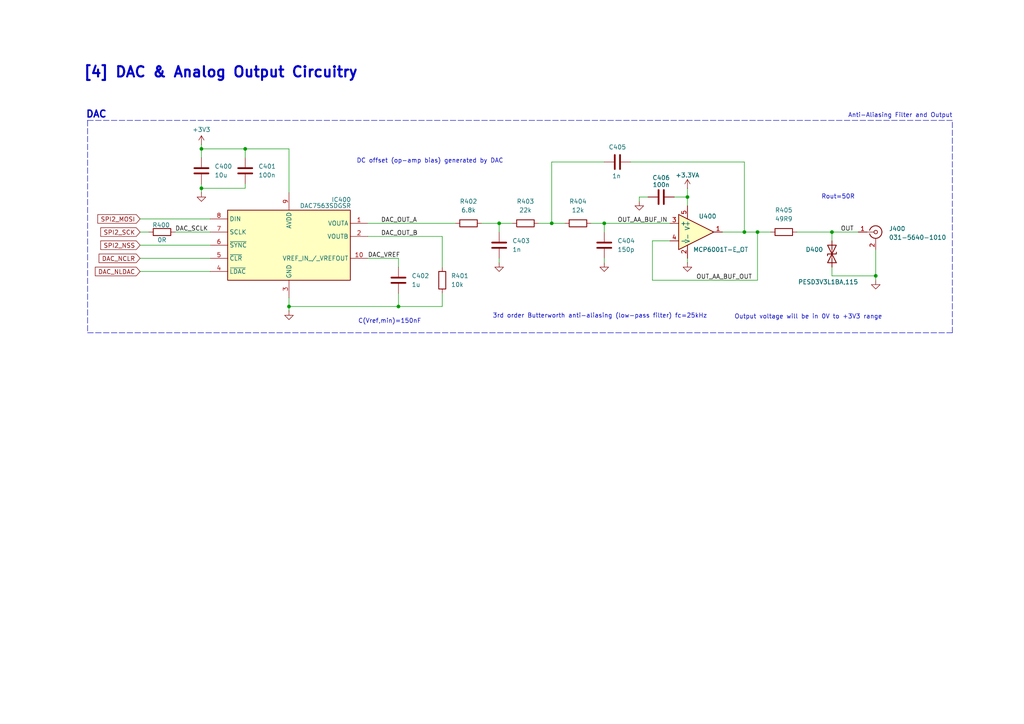
<source format=kicad_sch>
(kicad_sch
	(version 20231120)
	(generator "eeschema")
	(generator_version "8.0")
	(uuid "35a8bc02-4b1e-4a33-af2d-6cbcd1b20641")
	(paper "A4")
	(title_block
		(title "Oscilloscope & Signal Generator")
		(rev "0.1")
		(company "Prohairesis")
	)
	(lib_symbols
		(symbol "Connector:Conn_Coaxial"
			(pin_names
				(offset 1.016) hide)
			(exclude_from_sim no)
			(in_bom yes)
			(on_board yes)
			(property "Reference" "J"
				(at 0.254 3.048 0)
				(effects
					(font
						(size 1.27 1.27)
					)
				)
			)
			(property "Value" "Conn_Coaxial"
				(at 2.921 0 90)
				(effects
					(font
						(size 1.27 1.27)
					)
				)
			)
			(property "Footprint" ""
				(at 0 0 0)
				(effects
					(font
						(size 1.27 1.27)
					)
					(hide yes)
				)
			)
			(property "Datasheet" " ~"
				(at 0 0 0)
				(effects
					(font
						(size 1.27 1.27)
					)
					(hide yes)
				)
			)
			(property "Description" "coaxial connector (BNC, SMA, SMB, SMC, Cinch/RCA, LEMO, ...)"
				(at 0 0 0)
				(effects
					(font
						(size 1.27 1.27)
					)
					(hide yes)
				)
			)
			(property "ki_keywords" "BNC SMA SMB SMC LEMO coaxial connector CINCH RCA MCX MMCX U.FL UMRF"
				(at 0 0 0)
				(effects
					(font
						(size 1.27 1.27)
					)
					(hide yes)
				)
			)
			(property "ki_fp_filters" "*BNC* *SMA* *SMB* *SMC* *Cinch* *LEMO* *UMRF* *MCX* *U.FL*"
				(at 0 0 0)
				(effects
					(font
						(size 1.27 1.27)
					)
					(hide yes)
				)
			)
			(symbol "Conn_Coaxial_0_1"
				(arc
					(start -1.778 -0.508)
					(mid 0.2311 -1.8066)
					(end 1.778 0)
					(stroke
						(width 0.254)
						(type default)
					)
					(fill
						(type none)
					)
				)
				(polyline
					(pts
						(xy -2.54 0) (xy -0.508 0)
					)
					(stroke
						(width 0)
						(type default)
					)
					(fill
						(type none)
					)
				)
				(polyline
					(pts
						(xy 0 -2.54) (xy 0 -1.778)
					)
					(stroke
						(width 0)
						(type default)
					)
					(fill
						(type none)
					)
				)
				(circle
					(center 0 0)
					(radius 0.508)
					(stroke
						(width 0.2032)
						(type default)
					)
					(fill
						(type none)
					)
				)
				(arc
					(start 1.778 0)
					(mid 0.2099 1.8101)
					(end -1.778 0.508)
					(stroke
						(width 0.254)
						(type default)
					)
					(fill
						(type none)
					)
				)
			)
			(symbol "Conn_Coaxial_1_1"
				(pin passive line
					(at -5.08 0 0)
					(length 2.54)
					(name "In"
						(effects
							(font
								(size 1.27 1.27)
							)
						)
					)
					(number "1"
						(effects
							(font
								(size 1.27 1.27)
							)
						)
					)
				)
				(pin passive line
					(at 0 -5.08 90)
					(length 2.54)
					(name "Ext"
						(effects
							(font
								(size 1.27 1.27)
							)
						)
					)
					(number "2"
						(effects
							(font
								(size 1.27 1.27)
							)
						)
					)
				)
			)
		)
		(symbol "Device:C"
			(pin_numbers hide)
			(pin_names
				(offset 0.254)
			)
			(exclude_from_sim no)
			(in_bom yes)
			(on_board yes)
			(property "Reference" "C"
				(at 0.635 2.54 0)
				(effects
					(font
						(size 1.27 1.27)
					)
					(justify left)
				)
			)
			(property "Value" "C"
				(at 0.635 -2.54 0)
				(effects
					(font
						(size 1.27 1.27)
					)
					(justify left)
				)
			)
			(property "Footprint" ""
				(at 0.9652 -3.81 0)
				(effects
					(font
						(size 1.27 1.27)
					)
					(hide yes)
				)
			)
			(property "Datasheet" "~"
				(at 0 0 0)
				(effects
					(font
						(size 1.27 1.27)
					)
					(hide yes)
				)
			)
			(property "Description" "Unpolarized capacitor"
				(at 0 0 0)
				(effects
					(font
						(size 1.27 1.27)
					)
					(hide yes)
				)
			)
			(property "ki_keywords" "cap capacitor"
				(at 0 0 0)
				(effects
					(font
						(size 1.27 1.27)
					)
					(hide yes)
				)
			)
			(property "ki_fp_filters" "C_*"
				(at 0 0 0)
				(effects
					(font
						(size 1.27 1.27)
					)
					(hide yes)
				)
			)
			(symbol "C_0_1"
				(polyline
					(pts
						(xy -2.032 -0.762) (xy 2.032 -0.762)
					)
					(stroke
						(width 0.508)
						(type default)
					)
					(fill
						(type none)
					)
				)
				(polyline
					(pts
						(xy -2.032 0.762) (xy 2.032 0.762)
					)
					(stroke
						(width 0.508)
						(type default)
					)
					(fill
						(type none)
					)
				)
			)
			(symbol "C_1_1"
				(pin passive line
					(at 0 3.81 270)
					(length 2.794)
					(name "~"
						(effects
							(font
								(size 1.27 1.27)
							)
						)
					)
					(number "1"
						(effects
							(font
								(size 1.27 1.27)
							)
						)
					)
				)
				(pin passive line
					(at 0 -3.81 90)
					(length 2.794)
					(name "~"
						(effects
							(font
								(size 1.27 1.27)
							)
						)
					)
					(number "2"
						(effects
							(font
								(size 1.27 1.27)
							)
						)
					)
				)
			)
		)
		(symbol "Device:R"
			(pin_numbers hide)
			(pin_names
				(offset 0)
			)
			(exclude_from_sim no)
			(in_bom yes)
			(on_board yes)
			(property "Reference" "R"
				(at 2.032 0 90)
				(effects
					(font
						(size 1.27 1.27)
					)
				)
			)
			(property "Value" "R"
				(at 0 0 90)
				(effects
					(font
						(size 1.27 1.27)
					)
				)
			)
			(property "Footprint" ""
				(at -1.778 0 90)
				(effects
					(font
						(size 1.27 1.27)
					)
					(hide yes)
				)
			)
			(property "Datasheet" "~"
				(at 0 0 0)
				(effects
					(font
						(size 1.27 1.27)
					)
					(hide yes)
				)
			)
			(property "Description" "Resistor"
				(at 0 0 0)
				(effects
					(font
						(size 1.27 1.27)
					)
					(hide yes)
				)
			)
			(property "ki_keywords" "R res resistor"
				(at 0 0 0)
				(effects
					(font
						(size 1.27 1.27)
					)
					(hide yes)
				)
			)
			(property "ki_fp_filters" "R_*"
				(at 0 0 0)
				(effects
					(font
						(size 1.27 1.27)
					)
					(hide yes)
				)
			)
			(symbol "R_0_1"
				(rectangle
					(start -1.016 -2.54)
					(end 1.016 2.54)
					(stroke
						(width 0.254)
						(type default)
					)
					(fill
						(type none)
					)
				)
			)
			(symbol "R_1_1"
				(pin passive line
					(at 0 3.81 270)
					(length 1.27)
					(name "~"
						(effects
							(font
								(size 1.27 1.27)
							)
						)
					)
					(number "1"
						(effects
							(font
								(size 1.27 1.27)
							)
						)
					)
				)
				(pin passive line
					(at 0 -3.81 90)
					(length 1.27)
					(name "~"
						(effects
							(font
								(size 1.27 1.27)
							)
						)
					)
					(number "2"
						(effects
							(font
								(size 1.27 1.27)
							)
						)
					)
				)
			)
		)
		(symbol "SamacSys_Parts:DAC7563SDGSR"
			(exclude_from_sim no)
			(in_bom yes)
			(on_board yes)
			(property "Reference" "IC"
				(at 34.925 11.43 0)
				(effects
					(font
						(size 1.27 1.27)
					)
					(justify left top)
				)
			)
			(property "Value" "DAC7563SDGSR"
				(at 26.035 8.89 0)
				(effects
					(font
						(size 1.27 1.27)
					)
					(justify left top)
				)
			)
			(property "Footprint" "SOP50P490X110-10N"
				(at 41.91 -94.92 0)
				(effects
					(font
						(size 1.27 1.27)
					)
					(justify left top)
					(hide yes)
				)
			)
			(property "Datasheet" "http://www.ti.com/lit/gpn/dac7563"
				(at 41.91 -194.92 0)
				(effects
					(font
						(size 1.27 1.27)
					)
					(justify left top)
					(hide yes)
				)
			)
			(property "Description" "12-Bit, Dual, Low Power, Ultra-low Glitch, Buffered Voltage Output DAC with 2.5V, 4ppm/C Reference"
				(at 0 0 0)
				(effects
					(font
						(size 1.27 1.27)
					)
					(hide yes)
				)
			)
			(property "Height" "1.1"
				(at 41.91 -394.92 0)
				(effects
					(font
						(size 1.27 1.27)
					)
					(justify left top)
					(hide yes)
				)
			)
			(property "Manufacturer_Name" "Texas Instruments"
				(at 41.91 -494.92 0)
				(effects
					(font
						(size 1.27 1.27)
					)
					(justify left top)
					(hide yes)
				)
			)
			(property "Manufacturer_Part_Number" "DAC7563SDGSR"
				(at 41.91 -594.92 0)
				(effects
					(font
						(size 1.27 1.27)
					)
					(justify left top)
					(hide yes)
				)
			)
			(property "Mouser Part Number" "595-DAC7563SDGSR"
				(at 41.91 -694.92 0)
				(effects
					(font
						(size 1.27 1.27)
					)
					(justify left top)
					(hide yes)
				)
			)
			(property "Mouser Price/Stock" "https://www.mouser.co.uk/ProductDetail/Texas-Instruments/DAC7563SDGSR?qs=QtI0yD1FyOPUuM44rgyQjg%3D%3D"
				(at 41.91 -794.92 0)
				(effects
					(font
						(size 1.27 1.27)
					)
					(justify left top)
					(hide yes)
				)
			)
			(property "Arrow Part Number" "DAC7563SDGSR"
				(at 41.91 -894.92 0)
				(effects
					(font
						(size 1.27 1.27)
					)
					(justify left top)
					(hide yes)
				)
			)
			(property "Arrow Price/Stock" "https://www.arrow.com/en/products/dac7563sdgsr/texas-instruments?region=nac"
				(at 41.91 -994.92 0)
				(effects
					(font
						(size 1.27 1.27)
					)
					(justify left top)
					(hide yes)
				)
			)
			(symbol "DAC7563SDGSR_1_1"
				(rectangle
					(start 5.08 7.62)
					(end 40.64 -12.7)
					(stroke
						(width 0.254)
						(type default)
					)
					(fill
						(type background)
					)
				)
				(pin passive line
					(at 0 3.81 0)
					(length 5.08)
					(name "VOUTA"
						(effects
							(font
								(size 1.27 1.27)
							)
						)
					)
					(number "1"
						(effects
							(font
								(size 1.27 1.27)
							)
						)
					)
				)
				(pin passive line
					(at 0 -6.35 0)
					(length 5.08)
					(name "VREF_IN_/_VREFOUT"
						(effects
							(font
								(size 1.27 1.27)
							)
						)
					)
					(number "10"
						(effects
							(font
								(size 1.27 1.27)
							)
						)
					)
				)
				(pin passive line
					(at 0 0 0)
					(length 5.08)
					(name "VOUTB"
						(effects
							(font
								(size 1.27 1.27)
							)
						)
					)
					(number "2"
						(effects
							(font
								(size 1.27 1.27)
							)
						)
					)
				)
				(pin passive line
					(at 22.86 -17.78 90)
					(length 5.08)
					(name "GND"
						(effects
							(font
								(size 1.27 1.27)
							)
						)
					)
					(number "3"
						(effects
							(font
								(size 1.27 1.27)
							)
						)
					)
				)
				(pin passive line
					(at 45.72 -10.16 180)
					(length 5.08)
					(name "~{LDAC}"
						(effects
							(font
								(size 1.27 1.27)
							)
						)
					)
					(number "4"
						(effects
							(font
								(size 1.27 1.27)
							)
						)
					)
				)
				(pin passive line
					(at 45.72 -6.35 180)
					(length 5.08)
					(name "~{CLR}"
						(effects
							(font
								(size 1.27 1.27)
							)
						)
					)
					(number "5"
						(effects
							(font
								(size 1.27 1.27)
							)
						)
					)
				)
				(pin passive line
					(at 45.72 -2.54 180)
					(length 5.08)
					(name "~{SYNC}"
						(effects
							(font
								(size 1.27 1.27)
							)
						)
					)
					(number "6"
						(effects
							(font
								(size 1.27 1.27)
							)
						)
					)
				)
				(pin passive line
					(at 45.72 1.27 180)
					(length 5.08)
					(name "SCLK"
						(effects
							(font
								(size 1.27 1.27)
							)
						)
					)
					(number "7"
						(effects
							(font
								(size 1.27 1.27)
							)
						)
					)
				)
				(pin passive line
					(at 45.72 5.08 180)
					(length 5.08)
					(name "DIN"
						(effects
							(font
								(size 1.27 1.27)
							)
						)
					)
					(number "8"
						(effects
							(font
								(size 1.27 1.27)
							)
						)
					)
				)
				(pin passive line
					(at 22.86 12.7 270)
					(length 5.08)
					(name "AVDD"
						(effects
							(font
								(size 1.27 1.27)
							)
						)
					)
					(number "9"
						(effects
							(font
								(size 1.27 1.27)
							)
						)
					)
				)
			)
		)
		(symbol "SamacSys_Parts:MCP6001T-E_OT"
			(exclude_from_sim no)
			(in_bom yes)
			(on_board yes)
			(property "Reference" "IC"
				(at 5.08 8.89 0)
				(effects
					(font
						(size 1.27 1.27)
					)
					(justify left top)
				)
			)
			(property "Value" "MCP6001T-E_OT"
				(at 5.08 6.35 0)
				(effects
					(font
						(size 1.27 1.27)
					)
					(justify left top)
				)
			)
			(property "Footprint" "SOT95P270X145-5N"
				(at 25.4 -74.6 0)
				(effects
					(font
						(size 1.27 1.27)
					)
					(justify left top)
					(hide yes)
				)
			)
			(property "Datasheet" "https://datasheet.datasheetarchive.com/originals/distributors/Datasheets-304/55313.pdf"
				(at 25.4 -174.6 0)
				(effects
					(font
						(size 1.27 1.27)
					)
					(justify left top)
					(hide yes)
				)
			)
			(property "Description" "Single 1.8V 1MHz OpAmp,MCP6001T-E/OT"
				(at 0 1.27 0)
				(effects
					(font
						(size 1.27 1.27)
					)
					(hide yes)
				)
			)
			(property "Height" "1.45"
				(at 25.4 -374.6 0)
				(effects
					(font
						(size 1.27 1.27)
					)
					(justify left top)
					(hide yes)
				)
			)
			(property "Manufacturer_Name" "Microchip"
				(at 25.4 -474.6 0)
				(effects
					(font
						(size 1.27 1.27)
					)
					(justify left top)
					(hide yes)
				)
			)
			(property "Manufacturer_Part_Number" "MCP6001T-E/OT"
				(at 25.4 -574.6 0)
				(effects
					(font
						(size 1.27 1.27)
					)
					(justify left top)
					(hide yes)
				)
			)
			(property "Mouser Part Number" "579-MCP6001T-E/OT"
				(at 25.4 -674.6 0)
				(effects
					(font
						(size 1.27 1.27)
					)
					(justify left top)
					(hide yes)
				)
			)
			(property "Mouser Price/Stock" "https://www.mouser.co.uk/ProductDetail/Microchip-Technology/MCP6001T-E-OT?qs=npqfqDPP3%2FwkX3GgGH%252BE4A%3D%3D"
				(at 25.4 -774.6 0)
				(effects
					(font
						(size 1.27 1.27)
					)
					(justify left top)
					(hide yes)
				)
			)
			(property "Arrow Part Number" "MCP6001T-E/OT"
				(at 25.4 -874.6 0)
				(effects
					(font
						(size 1.27 1.27)
					)
					(justify left top)
					(hide yes)
				)
			)
			(property "Arrow Price/Stock" "https://www.arrow.com/en/products/mcp6001t-eot/microchip-technology?region=nac"
				(at 25.4 -974.6 0)
				(effects
					(font
						(size 1.27 1.27)
					)
					(justify left top)
					(hide yes)
				)
			)
			(symbol "MCP6001T-E_OT_0_1"
				(polyline
					(pts
						(xy -2.54 5.08) (xy 7.62 0) (xy -2.54 -5.08) (xy -2.54 5.08)
					)
					(stroke
						(width 0.254)
						(type default)
					)
					(fill
						(type background)
					)
				)
				(pin power_in line
					(at 0 -7.62 90)
					(length 3.81)
					(name "V-"
						(effects
							(font
								(size 1.27 1.27)
							)
						)
					)
					(number "2"
						(effects
							(font
								(size 1.27 1.27)
							)
						)
					)
				)
				(pin power_in line
					(at 0 7.62 270)
					(length 3.81)
					(name "V+"
						(effects
							(font
								(size 1.27 1.27)
							)
						)
					)
					(number "5"
						(effects
							(font
								(size 1.27 1.27)
							)
						)
					)
				)
			)
			(symbol "MCP6001T-E_OT_1_1"
				(pin output line
					(at 10.16 0 180)
					(length 2.54)
					(name ""
						(effects
							(font
								(size 1 1)
							)
						)
					)
					(number "1"
						(effects
							(font
								(size 1.27 1.27)
							)
						)
					)
				)
				(pin input line
					(at -5.08 2.54 0)
					(length 2.54)
					(name "+"
						(effects
							(font
								(size 1.27 1.27)
							)
						)
					)
					(number "3"
						(effects
							(font
								(size 1.27 1.27)
							)
						)
					)
				)
				(pin input line
					(at -5.08 -2.54 0)
					(length 2.54)
					(name "-"
						(effects
							(font
								(size 1.27 1.27)
							)
						)
					)
					(number "4"
						(effects
							(font
								(size 1.27 1.27)
							)
						)
					)
				)
			)
		)
		(symbol "SamacSys_Parts:PESD3V3L1BA,115"
			(pin_numbers hide)
			(pin_names hide)
			(exclude_from_sim no)
			(in_bom yes)
			(on_board yes)
			(property "Reference" "D"
				(at 2.794 2.032 0)
				(effects
					(font
						(size 1.27 1.27)
					)
					(justify left bottom)
				)
			)
			(property "Value" "PESD3V3L1BA,115"
				(at -3.556 -3.556 0)
				(effects
					(font
						(size 1.27 1.27)
					)
					(justify left bottom)
				)
			)
			(property "Footprint" "SOD2512X110N"
				(at 15.24 -93.65 0)
				(effects
					(font
						(size 1.27 1.27)
					)
					(justify left bottom)
					(hide yes)
				)
			)
			(property "Datasheet" "https://assets.nexperia.com/documents/data-sheet/PESDXL1BA_SER.pdf"
				(at 15.24 -193.65 0)
				(effects
					(font
						(size 1.27 1.27)
					)
					(justify left bottom)
					(hide yes)
				)
			)
			(property "Description" "PESD3V3L1BA - Low capacitance bidirectional ESD protection diode in SOD323"
				(at 3.302 -0.254 0)
				(effects
					(font
						(size 1.27 1.27)
					)
					(hide yes)
				)
			)
			(property "Height" "1.1"
				(at 15.24 -393.65 0)
				(effects
					(font
						(size 1.27 1.27)
					)
					(justify left bottom)
					(hide yes)
				)
			)
			(property "Manufacturer_Name" "Nexperia"
				(at 15.24 -493.65 0)
				(effects
					(font
						(size 1.27 1.27)
					)
					(justify left bottom)
					(hide yes)
				)
			)
			(property "Manufacturer_Part_Number" "PESD3V3L1BA,115"
				(at 15.24 -593.65 0)
				(effects
					(font
						(size 1.27 1.27)
					)
					(justify left bottom)
					(hide yes)
				)
			)
			(property "Mouser Part Number" "771-PESD3V3L1BA-T/R"
				(at 15.24 -693.65 0)
				(effects
					(font
						(size 1.27 1.27)
					)
					(justify left bottom)
					(hide yes)
				)
			)
			(property "Mouser Price/Stock" "https://www.mouser.co.uk/ProductDetail/Nexperia/PESD3V3L1BA115?qs=LOCUfHb8d9tfcQwAsqvzKg%3D%3D"
				(at 15.24 -793.65 0)
				(effects
					(font
						(size 1.27 1.27)
					)
					(justify left bottom)
					(hide yes)
				)
			)
			(property "Arrow Part Number" "PESD3V3L1BA,115"
				(at 15.24 -893.65 0)
				(effects
					(font
						(size 1.27 1.27)
					)
					(justify left bottom)
					(hide yes)
				)
			)
			(property "Arrow Price/Stock" "https://www.arrow.com/en/products/pesd3v3l1ba115/nexperia?region=nac"
				(at 15.24 -993.65 0)
				(effects
					(font
						(size 1.27 1.27)
					)
					(justify left bottom)
					(hide yes)
				)
			)
			(symbol "PESD3V3L1BA,115_0_1"
				(polyline
					(pts
						(xy 5.08 0) (xy 2.54 0)
					)
					(stroke
						(width 0)
						(type default)
					)
					(fill
						(type none)
					)
				)
				(polyline
					(pts
						(xy 4.318 1.27) (xy 3.81 1.27) (xy 3.81 -1.27) (xy 3.302 -1.27)
					)
					(stroke
						(width 0.254)
						(type default)
					)
					(fill
						(type none)
					)
				)
				(polyline
					(pts
						(xy 1.27 1.27) (xy 1.27 -1.27) (xy 6.35 1.27) (xy 6.35 -1.27) (xy 1.27 1.27)
					)
					(stroke
						(width 0.254)
						(type default)
					)
					(fill
						(type none)
					)
				)
			)
			(symbol "PESD3V3L1BA,115_1_1"
				(pin passive line
					(at 0 0 0)
					(length 2.54)
					(name "A1"
						(effects
							(font
								(size 1.27 1.27)
							)
						)
					)
					(number "1"
						(effects
							(font
								(size 1.27 1.27)
							)
						)
					)
				)
				(pin passive line
					(at 7.62 0 180)
					(length 2.54)
					(name "A2"
						(effects
							(font
								(size 1.27 1.27)
							)
						)
					)
					(number "2"
						(effects
							(font
								(size 1.27 1.27)
							)
						)
					)
				)
			)
		)
		(symbol "power:+3.3VA"
			(power)
			(pin_numbers hide)
			(pin_names
				(offset 0) hide)
			(exclude_from_sim no)
			(in_bom yes)
			(on_board yes)
			(property "Reference" "#PWR"
				(at 0 -3.81 0)
				(effects
					(font
						(size 1.27 1.27)
					)
					(hide yes)
				)
			)
			(property "Value" "+3.3VA"
				(at 0 3.556 0)
				(effects
					(font
						(size 1.27 1.27)
					)
				)
			)
			(property "Footprint" ""
				(at 0 0 0)
				(effects
					(font
						(size 1.27 1.27)
					)
					(hide yes)
				)
			)
			(property "Datasheet" ""
				(at 0 0 0)
				(effects
					(font
						(size 1.27 1.27)
					)
					(hide yes)
				)
			)
			(property "Description" "Power symbol creates a global label with name \"+3.3VA\""
				(at 0 0 0)
				(effects
					(font
						(size 1.27 1.27)
					)
					(hide yes)
				)
			)
			(property "ki_keywords" "global power"
				(at 0 0 0)
				(effects
					(font
						(size 1.27 1.27)
					)
					(hide yes)
				)
			)
			(symbol "+3.3VA_0_1"
				(polyline
					(pts
						(xy -0.762 1.27) (xy 0 2.54)
					)
					(stroke
						(width 0)
						(type default)
					)
					(fill
						(type none)
					)
				)
				(polyline
					(pts
						(xy 0 0) (xy 0 2.54)
					)
					(stroke
						(width 0)
						(type default)
					)
					(fill
						(type none)
					)
				)
				(polyline
					(pts
						(xy 0 2.54) (xy 0.762 1.27)
					)
					(stroke
						(width 0)
						(type default)
					)
					(fill
						(type none)
					)
				)
			)
			(symbol "+3.3VA_1_1"
				(pin power_in line
					(at 0 0 90)
					(length 0)
					(name "~"
						(effects
							(font
								(size 1.27 1.27)
							)
						)
					)
					(number "1"
						(effects
							(font
								(size 1.27 1.27)
							)
						)
					)
				)
			)
		)
		(symbol "power:+3V3"
			(power)
			(pin_numbers hide)
			(pin_names
				(offset 0) hide)
			(exclude_from_sim no)
			(in_bom yes)
			(on_board yes)
			(property "Reference" "#PWR"
				(at 0 -3.81 0)
				(effects
					(font
						(size 1.27 1.27)
					)
					(hide yes)
				)
			)
			(property "Value" "+3V3"
				(at 0 3.556 0)
				(effects
					(font
						(size 1.27 1.27)
					)
				)
			)
			(property "Footprint" ""
				(at 0 0 0)
				(effects
					(font
						(size 1.27 1.27)
					)
					(hide yes)
				)
			)
			(property "Datasheet" ""
				(at 0 0 0)
				(effects
					(font
						(size 1.27 1.27)
					)
					(hide yes)
				)
			)
			(property "Description" "Power symbol creates a global label with name \"+3V3\""
				(at 0 0 0)
				(effects
					(font
						(size 1.27 1.27)
					)
					(hide yes)
				)
			)
			(property "ki_keywords" "global power"
				(at 0 0 0)
				(effects
					(font
						(size 1.27 1.27)
					)
					(hide yes)
				)
			)
			(symbol "+3V3_0_1"
				(polyline
					(pts
						(xy -0.762 1.27) (xy 0 2.54)
					)
					(stroke
						(width 0)
						(type default)
					)
					(fill
						(type none)
					)
				)
				(polyline
					(pts
						(xy 0 0) (xy 0 2.54)
					)
					(stroke
						(width 0)
						(type default)
					)
					(fill
						(type none)
					)
				)
				(polyline
					(pts
						(xy 0 2.54) (xy 0.762 1.27)
					)
					(stroke
						(width 0)
						(type default)
					)
					(fill
						(type none)
					)
				)
			)
			(symbol "+3V3_1_1"
				(pin power_in line
					(at 0 0 90)
					(length 0)
					(name "~"
						(effects
							(font
								(size 1.27 1.27)
							)
						)
					)
					(number "1"
						(effects
							(font
								(size 1.27 1.27)
							)
						)
					)
				)
			)
		)
		(symbol "power:GND"
			(power)
			(pin_numbers hide)
			(pin_names
				(offset 0) hide)
			(exclude_from_sim no)
			(in_bom yes)
			(on_board yes)
			(property "Reference" "#PWR"
				(at 0 -6.35 0)
				(effects
					(font
						(size 1.27 1.27)
					)
					(hide yes)
				)
			)
			(property "Value" "GND"
				(at 0 -3.81 0)
				(effects
					(font
						(size 1.27 1.27)
					)
				)
			)
			(property "Footprint" ""
				(at 0 0 0)
				(effects
					(font
						(size 1.27 1.27)
					)
					(hide yes)
				)
			)
			(property "Datasheet" ""
				(at 0 0 0)
				(effects
					(font
						(size 1.27 1.27)
					)
					(hide yes)
				)
			)
			(property "Description" "Power symbol creates a global label with name \"GND\" , ground"
				(at 0 0 0)
				(effects
					(font
						(size 1.27 1.27)
					)
					(hide yes)
				)
			)
			(property "ki_keywords" "global power"
				(at 0 0 0)
				(effects
					(font
						(size 1.27 1.27)
					)
					(hide yes)
				)
			)
			(symbol "GND_0_1"
				(polyline
					(pts
						(xy 0 0) (xy 0 -1.27) (xy 1.27 -1.27) (xy 0 -2.54) (xy -1.27 -1.27) (xy 0 -1.27)
					)
					(stroke
						(width 0)
						(type default)
					)
					(fill
						(type none)
					)
				)
			)
			(symbol "GND_1_1"
				(pin power_in line
					(at 0 0 270)
					(length 0)
					(name "~"
						(effects
							(font
								(size 1.27 1.27)
							)
						)
					)
					(number "1"
						(effects
							(font
								(size 1.27 1.27)
							)
						)
					)
				)
			)
		)
	)
	(junction
		(at 215.9 67.31)
		(diameter 0)
		(color 0 0 0 0)
		(uuid "282995b6-15ca-45ef-898b-2f2b446ca5f3")
	)
	(junction
		(at 175.26 64.77)
		(diameter 0)
		(color 0 0 0 0)
		(uuid "36cb37ed-58bf-4e07-8cbf-6ba4e191071c")
	)
	(junction
		(at 58.42 43.18)
		(diameter 0)
		(color 0 0 0 0)
		(uuid "4e680d29-5ec7-4a12-924d-9a9a947102fd")
	)
	(junction
		(at 219.71 67.31)
		(diameter 0)
		(color 0 0 0 0)
		(uuid "51c890cd-d4d5-4ea1-afc9-90abdea7aa87")
	)
	(junction
		(at 58.42 54.61)
		(diameter 0)
		(color 0 0 0 0)
		(uuid "58a69362-69d3-4149-a8e5-c3b5e537165b")
	)
	(junction
		(at 241.3 67.31)
		(diameter 0)
		(color 0 0 0 0)
		(uuid "5e5a1c6b-a7c0-4d86-9d73-2d2066bbf97a")
	)
	(junction
		(at 160.02 64.77)
		(diameter 0)
		(color 0 0 0 0)
		(uuid "670c1a03-b0f6-4f29-81e3-2f388058c611")
	)
	(junction
		(at 254 80.01)
		(diameter 0)
		(color 0 0 0 0)
		(uuid "6852072b-ec2e-4833-a67a-1593ec37c47c")
	)
	(junction
		(at 199.39 57.15)
		(diameter 0)
		(color 0 0 0 0)
		(uuid "79460e5c-d2f1-4312-9db7-f97ba8e4c55c")
	)
	(junction
		(at 83.82 88.9)
		(diameter 0)
		(color 0 0 0 0)
		(uuid "96076606-4381-4143-98e4-2102ac4d4ac4")
	)
	(junction
		(at 71.12 43.18)
		(diameter 0)
		(color 0 0 0 0)
		(uuid "b74b2ce5-4668-4559-9a11-eeb1b406022b")
	)
	(junction
		(at 144.78 64.77)
		(diameter 0)
		(color 0 0 0 0)
		(uuid "de45c1bb-cc35-463e-a23f-58dd59f88a6b")
	)
	(junction
		(at 115.57 88.9)
		(diameter 0)
		(color 0 0 0 0)
		(uuid "eeded282-a161-41a6-8699-6993f2576de3")
	)
	(wire
		(pts
			(xy 182.88 46.99) (xy 215.9 46.99)
		)
		(stroke
			(width 0)
			(type default)
		)
		(uuid "06f49695-9ca1-4356-8321-d02021924493")
	)
	(wire
		(pts
			(xy 40.64 71.12) (xy 60.96 71.12)
		)
		(stroke
			(width 0)
			(type default)
		)
		(uuid "0878de5b-445c-4bb3-853f-4da2b27c6360")
	)
	(wire
		(pts
			(xy 71.12 43.18) (xy 83.82 43.18)
		)
		(stroke
			(width 0)
			(type default)
		)
		(uuid "0c285488-4d89-499d-81a8-e373edb135fc")
	)
	(wire
		(pts
			(xy 106.68 68.58) (xy 128.27 68.58)
		)
		(stroke
			(width 0)
			(type default)
		)
		(uuid "0ed15e1b-10c8-44ce-b867-c85bca751648")
	)
	(wire
		(pts
			(xy 71.12 43.18) (xy 71.12 45.72)
		)
		(stroke
			(width 0)
			(type default)
		)
		(uuid "137a9b2e-65f7-448b-a472-64de6c89166d")
	)
	(wire
		(pts
			(xy 215.9 46.99) (xy 215.9 67.31)
		)
		(stroke
			(width 0)
			(type default)
		)
		(uuid "1fc665bb-399a-45c5-b46f-b12a795a83e3")
	)
	(wire
		(pts
			(xy 40.64 63.5) (xy 60.96 63.5)
		)
		(stroke
			(width 0)
			(type default)
		)
		(uuid "21247e37-f2a0-470f-8d67-3722861def90")
	)
	(wire
		(pts
			(xy 83.82 88.9) (xy 83.82 90.17)
		)
		(stroke
			(width 0)
			(type default)
		)
		(uuid "2185bfb6-47bb-4a4c-b5fb-f7e203d112bb")
	)
	(wire
		(pts
			(xy 58.42 43.18) (xy 58.42 45.72)
		)
		(stroke
			(width 0)
			(type default)
		)
		(uuid "2189d949-9b87-4daf-ada6-c64f1e3dee48")
	)
	(wire
		(pts
			(xy 171.45 64.77) (xy 175.26 64.77)
		)
		(stroke
			(width 0)
			(type default)
		)
		(uuid "236b6296-06ea-42c8-87e9-f2c820696a5f")
	)
	(wire
		(pts
			(xy 194.31 69.85) (xy 189.23 69.85)
		)
		(stroke
			(width 0)
			(type default)
		)
		(uuid "267c48fa-8560-4c74-a988-1f8faa1deb8c")
	)
	(wire
		(pts
			(xy 139.7 64.77) (xy 144.78 64.77)
		)
		(stroke
			(width 0)
			(type default)
		)
		(uuid "26b278ff-883e-400a-939d-9a3b55391d03")
	)
	(wire
		(pts
			(xy 144.78 64.77) (xy 144.78 67.31)
		)
		(stroke
			(width 0)
			(type default)
		)
		(uuid "26e962f5-581f-454c-b6c0-4076e6a4c5c6")
	)
	(polyline
		(pts
			(xy 25.4 34.925) (xy 276.225 34.925)
		)
		(stroke
			(width 0)
			(type dash)
		)
		(uuid "278c230b-6e0d-477a-a931-0f6e94a893c0")
	)
	(polyline
		(pts
			(xy 25.4 34.925) (xy 25.4 34.925)
		)
		(stroke
			(width 0)
			(type dash)
		)
		(uuid "280bfd4a-eccd-486b-88b8-7ae7b5caece6")
	)
	(wire
		(pts
			(xy 241.3 77.47) (xy 241.3 80.01)
		)
		(stroke
			(width 0)
			(type default)
		)
		(uuid "2d9fc905-9979-40b6-8fe1-630459f427fa")
	)
	(polyline
		(pts
			(xy 25.4 34.925) (xy 25.4 96.52)
		)
		(stroke
			(width 0)
			(type dash)
		)
		(uuid "3004157f-b309-44d4-b523-56d8cf76c7f1")
	)
	(polyline
		(pts
			(xy 25.4 96.52) (xy 276.225 96.52)
		)
		(stroke
			(width 0)
			(type dash)
		)
		(uuid "36cd8bc5-9558-4658-b267-484be94c4772")
	)
	(wire
		(pts
			(xy 58.42 54.61) (xy 71.12 54.61)
		)
		(stroke
			(width 0)
			(type default)
		)
		(uuid "3be83b41-501c-4225-9b9e-b9451ffd1a2c")
	)
	(wire
		(pts
			(xy 128.27 85.09) (xy 128.27 88.9)
		)
		(stroke
			(width 0)
			(type default)
		)
		(uuid "3d959225-4607-44dc-a4b3-34146ed680a8")
	)
	(wire
		(pts
			(xy 83.82 88.9) (xy 115.57 88.9)
		)
		(stroke
			(width 0)
			(type default)
		)
		(uuid "3e07dddc-4a4c-43ad-80b5-a5f60e6bad5a")
	)
	(wire
		(pts
			(xy 241.3 67.31) (xy 241.3 69.85)
		)
		(stroke
			(width 0)
			(type default)
		)
		(uuid "3e2f8c0d-464f-4c93-ac98-ff0bc083bdf6")
	)
	(wire
		(pts
			(xy 189.23 69.85) (xy 189.23 81.28)
		)
		(stroke
			(width 0)
			(type default)
		)
		(uuid "3e9bb9a4-43ff-44e9-8db3-95ba9d172890")
	)
	(wire
		(pts
			(xy 40.64 78.74) (xy 60.96 78.74)
		)
		(stroke
			(width 0)
			(type default)
		)
		(uuid "4152777b-264b-43bb-b541-0d2d8d7c7cb7")
	)
	(wire
		(pts
			(xy 219.71 81.28) (xy 219.71 67.31)
		)
		(stroke
			(width 0)
			(type default)
		)
		(uuid "48f71878-ab13-42e9-a195-3e27172b0f85")
	)
	(wire
		(pts
			(xy 189.23 81.28) (xy 219.71 81.28)
		)
		(stroke
			(width 0)
			(type default)
		)
		(uuid "539e3c2b-bfd1-47f5-b4c1-4482d13e316d")
	)
	(wire
		(pts
			(xy 71.12 53.34) (xy 71.12 54.61)
		)
		(stroke
			(width 0)
			(type default)
		)
		(uuid "53e427c1-3c2d-4a15-91ad-1a3344164e8c")
	)
	(wire
		(pts
			(xy 40.64 67.31) (xy 43.18 67.31)
		)
		(stroke
			(width 0)
			(type default)
		)
		(uuid "556297c3-7bd5-4b44-a215-16be287debb9")
	)
	(wire
		(pts
			(xy 231.14 67.31) (xy 241.3 67.31)
		)
		(stroke
			(width 0)
			(type default)
		)
		(uuid "5582a8d8-8d9f-4888-af93-9fed1324f768")
	)
	(wire
		(pts
			(xy 219.71 67.31) (xy 215.9 67.31)
		)
		(stroke
			(width 0)
			(type default)
		)
		(uuid "5ce59552-46ba-46f5-94b4-a5c494a02eb2")
	)
	(wire
		(pts
			(xy 199.39 57.15) (xy 199.39 59.69)
		)
		(stroke
			(width 0)
			(type default)
		)
		(uuid "64df48a8-3976-4da6-b578-5bcdf7cf0eab")
	)
	(wire
		(pts
			(xy 219.71 67.31) (xy 223.52 67.31)
		)
		(stroke
			(width 0)
			(type default)
		)
		(uuid "6c06b77c-7019-40a6-9701-3d4f3dafcaea")
	)
	(wire
		(pts
			(xy 58.42 53.34) (xy 58.42 54.61)
		)
		(stroke
			(width 0)
			(type default)
		)
		(uuid "72c35e85-897f-4cc9-9cd0-4463ddb83736")
	)
	(wire
		(pts
			(xy 199.39 54.61) (xy 199.39 57.15)
		)
		(stroke
			(width 0)
			(type default)
		)
		(uuid "7d400049-0ef0-459c-a138-a94c25cd14fe")
	)
	(wire
		(pts
			(xy 58.42 43.18) (xy 71.12 43.18)
		)
		(stroke
			(width 0)
			(type default)
		)
		(uuid "7e4b22ee-1f04-4baa-a341-1a8c0b9aab0d")
	)
	(wire
		(pts
			(xy 160.02 64.77) (xy 160.02 46.99)
		)
		(stroke
			(width 0)
			(type default)
		)
		(uuid "814cce31-2bdf-45ff-8e5c-11e8fb6876c1")
	)
	(wire
		(pts
			(xy 254 80.01) (xy 254 72.39)
		)
		(stroke
			(width 0)
			(type default)
		)
		(uuid "83866856-aab6-4e78-bf41-d76d12215423")
	)
	(wire
		(pts
			(xy 58.42 41.91) (xy 58.42 43.18)
		)
		(stroke
			(width 0)
			(type default)
		)
		(uuid "8bc8e9d3-601c-4239-b0c0-811216db90d9")
	)
	(wire
		(pts
			(xy 187.96 57.15) (xy 185.42 57.15)
		)
		(stroke
			(width 0)
			(type default)
		)
		(uuid "9202aa12-0c94-4766-8abe-2d88f3bf8ba3")
	)
	(wire
		(pts
			(xy 106.68 74.93) (xy 115.57 74.93)
		)
		(stroke
			(width 0)
			(type default)
		)
		(uuid "9673964d-bce0-44c2-8ea9-2ef6b74f44fb")
	)
	(wire
		(pts
			(xy 160.02 46.99) (xy 175.26 46.99)
		)
		(stroke
			(width 0)
			(type default)
		)
		(uuid "9ac364aa-7dc1-4135-b1db-aca4744bbff7")
	)
	(wire
		(pts
			(xy 144.78 76.2) (xy 144.78 74.93)
		)
		(stroke
			(width 0)
			(type default)
		)
		(uuid "9acd2f6b-bb2f-47fd-8e93-13e3389029a8")
	)
	(wire
		(pts
			(xy 115.57 85.09) (xy 115.57 88.9)
		)
		(stroke
			(width 0)
			(type default)
		)
		(uuid "9b418d7c-9da7-40a7-ac28-04133bac2b6f")
	)
	(wire
		(pts
			(xy 175.26 67.31) (xy 175.26 64.77)
		)
		(stroke
			(width 0)
			(type default)
		)
		(uuid "a0d32800-ceb2-4713-a3cb-67a0877384a3")
	)
	(wire
		(pts
			(xy 128.27 68.58) (xy 128.27 77.47)
		)
		(stroke
			(width 0)
			(type default)
		)
		(uuid "a24f563a-0331-421e-bc78-82b7ee54b69a")
	)
	(wire
		(pts
			(xy 115.57 88.9) (xy 128.27 88.9)
		)
		(stroke
			(width 0)
			(type default)
		)
		(uuid "a9dfe2d8-e850-4aca-aca7-e44fb791fd91")
	)
	(wire
		(pts
			(xy 241.3 80.01) (xy 254 80.01)
		)
		(stroke
			(width 0)
			(type default)
		)
		(uuid "aca53ddf-0e52-4bd6-bcb3-1d99ed0bd44e")
	)
	(wire
		(pts
			(xy 132.08 64.77) (xy 106.68 64.77)
		)
		(stroke
			(width 0)
			(type default)
		)
		(uuid "ad24be48-efb0-4144-9cf9-b8b6cd1f74e7")
	)
	(wire
		(pts
			(xy 40.64 74.93) (xy 60.96 74.93)
		)
		(stroke
			(width 0)
			(type default)
		)
		(uuid "b1d5f431-0f3a-4c9b-8181-bb52a28be854")
	)
	(wire
		(pts
			(xy 160.02 64.77) (xy 163.83 64.77)
		)
		(stroke
			(width 0)
			(type default)
		)
		(uuid "ba55242e-568c-4a95-976b-4f997475cf82")
	)
	(wire
		(pts
			(xy 83.82 55.88) (xy 83.82 43.18)
		)
		(stroke
			(width 0)
			(type default)
		)
		(uuid "bc735797-cebc-468b-a5e0-c26380deeba6")
	)
	(wire
		(pts
			(xy 248.92 67.31) (xy 241.3 67.31)
		)
		(stroke
			(width 0)
			(type default)
		)
		(uuid "c17e0f39-8dfe-4b78-a2af-7a18875e1c9e")
	)
	(polyline
		(pts
			(xy 276.225 96.52) (xy 276.225 34.925)
		)
		(stroke
			(width 0)
			(type dash)
		)
		(uuid "ca274e2a-f745-40b7-9b03-371bf04142bf")
	)
	(wire
		(pts
			(xy 185.42 57.15) (xy 185.42 58.42)
		)
		(stroke
			(width 0)
			(type default)
		)
		(uuid "dd3e82ae-4eaf-49bd-822e-e991a3c75928")
	)
	(wire
		(pts
			(xy 215.9 67.31) (xy 209.55 67.31)
		)
		(stroke
			(width 0)
			(type default)
		)
		(uuid "e3f82983-6c59-4256-b817-fc1561c9cbbd")
	)
	(wire
		(pts
			(xy 175.26 76.2) (xy 175.26 74.93)
		)
		(stroke
			(width 0)
			(type default)
		)
		(uuid "e6813290-158f-457a-8335-3b292984cb8d")
	)
	(wire
		(pts
			(xy 254 81.28) (xy 254 80.01)
		)
		(stroke
			(width 0)
			(type default)
		)
		(uuid "e99d840a-92ee-496e-8db4-e0a8512b55eb")
	)
	(wire
		(pts
			(xy 58.42 55.88) (xy 58.42 54.61)
		)
		(stroke
			(width 0)
			(type default)
		)
		(uuid "eb7f6930-287a-4b7b-b994-eeaf5563074c")
	)
	(wire
		(pts
			(xy 144.78 64.77) (xy 148.59 64.77)
		)
		(stroke
			(width 0)
			(type default)
		)
		(uuid "edb4f9e4-5873-48cb-8908-48c921e2aaa7")
	)
	(wire
		(pts
			(xy 199.39 76.2) (xy 199.39 74.93)
		)
		(stroke
			(width 0)
			(type default)
		)
		(uuid "eff2761e-7429-4eae-a298-fd01c1ddfa1b")
	)
	(wire
		(pts
			(xy 83.82 86.36) (xy 83.82 88.9)
		)
		(stroke
			(width 0)
			(type default)
		)
		(uuid "f1a2ed6d-2a09-4f26-8c0d-0529b49ba367")
	)
	(wire
		(pts
			(xy 156.21 64.77) (xy 160.02 64.77)
		)
		(stroke
			(width 0)
			(type default)
		)
		(uuid "f2a0fb55-a343-40ea-9a00-4807dc8c10fe")
	)
	(wire
		(pts
			(xy 175.26 64.77) (xy 194.31 64.77)
		)
		(stroke
			(width 0)
			(type default)
		)
		(uuid "f722c157-6f3c-48ad-b213-d784c87b77a7")
	)
	(wire
		(pts
			(xy 115.57 74.93) (xy 115.57 77.47)
		)
		(stroke
			(width 0)
			(type default)
		)
		(uuid "fbb81280-74e2-4450-9cca-c9ac172ab3da")
	)
	(wire
		(pts
			(xy 195.58 57.15) (xy 199.39 57.15)
		)
		(stroke
			(width 0)
			(type default)
		)
		(uuid "fd03daaf-906e-44e1-b6bc-08f2b7407205")
	)
	(wire
		(pts
			(xy 50.8 67.31) (xy 60.96 67.31)
		)
		(stroke
			(width 0)
			(type default)
		)
		(uuid "fd890135-f9f1-456c-8d4a-dee17de70b13")
	)
	(text "3rd order Butterworth anti-aliasing (low-pass filter) fc=25kHz"
		(exclude_from_sim no)
		(at 173.99 91.694 0)
		(effects
			(font
				(size 1.27 1.27)
			)
		)
		(uuid "0b222743-ec7a-414d-86d9-275639827daa")
	)
	(text "C(Vref,min)=150nF"
		(exclude_from_sim no)
		(at 113.03 93.218 0)
		(effects
			(font
				(size 1.27 1.27)
			)
		)
		(uuid "15f94f04-cb6b-44f6-8987-f6fca8352a73")
	)
	(text "Output voltage will be in 0V to +3V3 range"
		(exclude_from_sim no)
		(at 234.442 91.948 0)
		(effects
			(font
				(size 1.27 1.27)
			)
		)
		(uuid "719eebae-6036-4550-a18f-2c746b45e4c2")
	)
	(text "[4] DAC & Analog Output Circuitry"
		(exclude_from_sim no)
		(at 64.008 21.082 0)
		(effects
			(font
				(size 3 3)
				(thickness 0.6)
				(bold yes)
			)
		)
		(uuid "76fbf006-c130-47b8-bf44-cf1403cd89f0")
	)
	(text "Rout=50R"
		(exclude_from_sim no)
		(at 243.078 57.15 0)
		(effects
			(font
				(size 1.27 1.27)
			)
		)
		(uuid "9be03558-7336-4d70-997a-a24d6baa33b5")
	)
	(text "DAC"
		(exclude_from_sim no)
		(at 27.94 33.274 0)
		(effects
			(font
				(size 2 2)
				(thickness 0.4)
				(bold yes)
			)
		)
		(uuid "bc014f18-10ad-4109-a33a-08d4fa6b2a07")
	)
	(text "Anti-Aliasing Filter and Output"
		(exclude_from_sim no)
		(at 261.112 33.528 0)
		(effects
			(font
				(size 1.27 1.27)
			)
		)
		(uuid "bdb30ec9-8758-4163-9baa-3d2429490869")
	)
	(text "DC offset (op-amp bias) generated by DAC"
		(exclude_from_sim no)
		(at 124.714 46.736 0)
		(effects
			(font
				(size 1.27 1.27)
			)
		)
		(uuid "eaaf5408-28c8-4935-b909-ab78f11277c2")
	)
	(label "DAC_VREF"
		(at 106.68 74.93 0)
		(fields_autoplaced yes)
		(effects
			(font
				(size 1.27 1.27)
			)
			(justify left bottom)
		)
		(uuid "45cccaa0-5e0d-43ed-a160-543fd9c57575")
	)
	(label "DAC_OUT_A"
		(at 110.49 64.77 0)
		(fields_autoplaced yes)
		(effects
			(font
				(size 1.27 1.27)
			)
			(justify left bottom)
		)
		(uuid "55809d1f-a4f5-4197-addf-cf4e781f7f1f")
	)
	(label "OUT"
		(at 247.65 67.31 180)
		(fields_autoplaced yes)
		(effects
			(font
				(size 1.27 1.27)
			)
			(justify right bottom)
		)
		(uuid "812f4c0d-2997-423f-b2b5-69316681b98a")
	)
	(label "DAC_OUT_B"
		(at 110.49 68.58 0)
		(fields_autoplaced yes)
		(effects
			(font
				(size 1.27 1.27)
			)
			(justify left bottom)
		)
		(uuid "87632489-9e17-49ba-9eb2-80f833e5ac93")
	)
	(label "OUT_AA_BUF_IN"
		(at 179.07 64.77 0)
		(fields_autoplaced yes)
		(effects
			(font
				(size 1.27 1.27)
			)
			(justify left bottom)
		)
		(uuid "ca157b6f-8637-4227-9f81-236fa482a87b")
	)
	(label "DAC_SCLK"
		(at 50.8 67.31 0)
		(fields_autoplaced yes)
		(effects
			(font
				(size 1.27 1.27)
			)
			(justify left bottom)
		)
		(uuid "d29702fc-643f-46ae-a334-bbd2035abd60")
	)
	(label "OUT_AA_BUF_OUT"
		(at 201.93 81.28 0)
		(fields_autoplaced yes)
		(effects
			(font
				(size 1.27 1.27)
			)
			(justify left bottom)
		)
		(uuid "d708fea5-ebcc-4282-a9b4-645054bd3f81")
	)
	(global_label "SPI2_NSS"
		(shape input)
		(at 40.64 71.12 180)
		(fields_autoplaced yes)
		(effects
			(font
				(size 1.27 1.27)
			)
			(justify right)
		)
		(uuid "005546ef-4c13-4ab4-a9f4-7cfcf0d38f22")
		(property "Intersheetrefs" "${INTERSHEET_REFS}"
			(at 28.6439 71.12 0)
			(effects
				(font
					(size 1.27 1.27)
				)
				(justify right)
				(hide yes)
			)
		)
	)
	(global_label "DAC_NLDAC"
		(shape input)
		(at 40.64 78.74 180)
		(fields_autoplaced yes)
		(effects
			(font
				(size 1.27 1.27)
			)
			(justify right)
		)
		(uuid "47067a63-fffa-4563-a162-069568834c1b")
		(property "Intersheetrefs" "${INTERSHEET_REFS}"
			(at 27.0714 78.74 0)
			(effects
				(font
					(size 1.27 1.27)
				)
				(justify right)
				(hide yes)
			)
		)
	)
	(global_label "SPI2_SCK"
		(shape input)
		(at 40.64 67.31 180)
		(fields_autoplaced yes)
		(effects
			(font
				(size 1.27 1.27)
			)
			(justify right)
		)
		(uuid "add9500c-5a0a-48b0-884e-1c50e8d0edc0")
		(property "Intersheetrefs" "${INTERSHEET_REFS}"
			(at 28.6439 67.31 0)
			(effects
				(font
					(size 1.27 1.27)
				)
				(justify right)
				(hide yes)
			)
		)
	)
	(global_label "DAC_NCLR"
		(shape input)
		(at 40.64 74.93 180)
		(fields_autoplaced yes)
		(effects
			(font
				(size 1.27 1.27)
			)
			(justify right)
		)
		(uuid "edaa0a3b-b39d-4161-9685-972f44ad21e1")
		(property "Intersheetrefs" "${INTERSHEET_REFS}"
			(at 28.16 74.93 0)
			(effects
				(font
					(size 1.27 1.27)
				)
				(justify right)
				(hide yes)
			)
		)
	)
	(global_label "SPI2_MOSI"
		(shape input)
		(at 40.64 63.5 180)
		(fields_autoplaced yes)
		(effects
			(font
				(size 1.27 1.27)
			)
			(justify right)
		)
		(uuid "eeb2b245-6853-4c3d-8bd3-99e417910607")
		(property "Intersheetrefs" "${INTERSHEET_REFS}"
			(at 27.7972 63.5 0)
			(effects
				(font
					(size 1.27 1.27)
				)
				(justify right)
				(hide yes)
			)
		)
	)
	(symbol
		(lib_id "SamacSys_Parts:DAC7563SDGSR")
		(at 106.68 68.58 0)
		(mirror y)
		(unit 1)
		(exclude_from_sim no)
		(in_bom yes)
		(on_board yes)
		(dnp no)
		(uuid "0cfd443d-af93-47d4-a22f-05aa896abc19")
		(property "Reference" "IC400"
			(at 101.854 57.912 0)
			(effects
				(font
					(size 1.27 1.27)
				)
				(justify left)
			)
		)
		(property "Value" "DAC7563SDGSR"
			(at 101.854 59.69 0)
			(do_not_autoplace yes)
			(effects
				(font
					(size 1.27 1.27)
				)
				(justify left)
			)
		)
		(property "Footprint" "SOP50P490X110-10N"
			(at 64.77 163.5 0)
			(effects
				(font
					(size 1.27 1.27)
				)
				(justify left top)
				(hide yes)
			)
		)
		(property "Datasheet" "http://www.ti.com/lit/gpn/dac7563"
			(at 64.77 263.5 0)
			(effects
				(font
					(size 1.27 1.27)
				)
				(justify left top)
				(hide yes)
			)
		)
		(property "Description" "12-Bit, Dual, Low Power, Ultra-low Glitch, Buffered Voltage Output DAC with 2.5V, 4ppm/C Reference"
			(at 106.68 68.58 0)
			(effects
				(font
					(size 1.27 1.27)
				)
				(hide yes)
			)
		)
		(property "Height" "1.1"
			(at 64.77 463.5 0)
			(effects
				(font
					(size 1.27 1.27)
				)
				(justify left top)
				(hide yes)
			)
		)
		(property "Manufacturer_Name" "Texas Instruments"
			(at 64.77 563.5 0)
			(effects
				(font
					(size 1.27 1.27)
				)
				(justify left top)
				(hide yes)
			)
		)
		(property "Manufacturer_Part_Number" "DAC7563SDGSR"
			(at 64.77 663.5 0)
			(effects
				(font
					(size 1.27 1.27)
				)
				(justify left top)
				(hide yes)
			)
		)
		(property "Mouser Price/Stock" "https://www.mouser.co.uk/ProductDetail/Texas-Instruments/DAC7563SDGSR?qs=QtI0yD1FyOPUuM44rgyQjg%3D%3D"
			(at 64.77 863.5 0)
			(effects
				(font
					(size 1.27 1.27)
				)
				(justify left top)
				(hide yes)
			)
		)
		(property "Arrow Part Number" "DAC7563SDGSR"
			(at 64.77 963.5 0)
			(effects
				(font
					(size 1.27 1.27)
				)
				(justify left top)
				(hide yes)
			)
		)
		(property "Arrow Price/Stock" "https://www.arrow.com/en/products/dac7563sdgsr/texas-instruments?region=nac"
			(at 64.77 1063.5 0)
			(effects
				(font
					(size 1.27 1.27)
				)
				(justify left top)
				(hide yes)
			)
		)
		(property "LCSC Part Number" " C601656"
			(at 106.68 68.58 0)
			(effects
				(font
					(size 1.27 1.27)
				)
				(hide yes)
			)
		)
		(pin "6"
			(uuid "3a660213-f428-4099-9905-65fdf4f471a0")
		)
		(pin "5"
			(uuid "ded24512-543f-492f-87cb-1c7bd54cb686")
		)
		(pin "7"
			(uuid "3196408e-282f-4791-a91a-c7630f826dcc")
		)
		(pin "10"
			(uuid "cabd412f-2035-499c-9c73-39f43c6b9ef3")
		)
		(pin "1"
			(uuid "e1a52b68-7284-4912-99ff-25d5a3821bea")
		)
		(pin "4"
			(uuid "b8356c52-4e49-46ff-ace3-c3f66962caff")
		)
		(pin "9"
			(uuid "d8523071-1fd1-43e8-a578-487ca55c3f70")
		)
		(pin "8"
			(uuid "0d5a974f-9bf9-4041-aa9e-59a1cd8bad3f")
		)
		(pin "3"
			(uuid "b8f0dbce-82a9-4ef1-9645-77caf4451833")
		)
		(pin "2"
			(uuid "e61991c8-e340-4f66-b4fc-25f098fb9003")
		)
		(instances
			(project "Mixed Signal Oscilloscope and Signal Generator Board"
				(path "/b343d6ac-c733-49bf-ac80-1d61c4f00e39/8de19eb5-ff45-4f12-81c0-da4d0aa5d9a2"
					(reference "IC400")
					(unit 1)
				)
			)
		)
	)
	(symbol
		(lib_id "power:GND")
		(at 58.42 55.88 0)
		(unit 1)
		(exclude_from_sim no)
		(in_bom yes)
		(on_board yes)
		(dnp no)
		(fields_autoplaced yes)
		(uuid "1a302a20-dea2-44c6-83cb-d1c51523bb0b")
		(property "Reference" "#PWR0402"
			(at 58.42 62.23 0)
			(effects
				(font
					(size 1.27 1.27)
				)
				(hide yes)
			)
		)
		(property "Value" "GND"
			(at 58.42 60.96 0)
			(effects
				(font
					(size 1.27 1.27)
				)
				(hide yes)
			)
		)
		(property "Footprint" ""
			(at 58.42 55.88 0)
			(effects
				(font
					(size 1.27 1.27)
				)
				(hide yes)
			)
		)
		(property "Datasheet" ""
			(at 58.42 55.88 0)
			(effects
				(font
					(size 1.27 1.27)
				)
				(hide yes)
			)
		)
		(property "Description" "Power symbol creates a global label with name \"GND\" , ground"
			(at 58.42 55.88 0)
			(effects
				(font
					(size 1.27 1.27)
				)
				(hide yes)
			)
		)
		(pin "1"
			(uuid "dea32e4e-21b5-4ca2-85bc-8d89f09286ce")
		)
		(instances
			(project "Mixed Signal Oscilloscope and Signal Generator Board"
				(path "/b343d6ac-c733-49bf-ac80-1d61c4f00e39/8de19eb5-ff45-4f12-81c0-da4d0aa5d9a2"
					(reference "#PWR0402")
					(unit 1)
				)
			)
		)
	)
	(symbol
		(lib_id "power:GND")
		(at 144.78 76.2 0)
		(unit 1)
		(exclude_from_sim no)
		(in_bom yes)
		(on_board yes)
		(dnp no)
		(fields_autoplaced yes)
		(uuid "1c506414-bb18-4764-8122-88b6e156f762")
		(property "Reference" "#PWR0403"
			(at 144.78 82.55 0)
			(effects
				(font
					(size 1.27 1.27)
				)
				(hide yes)
			)
		)
		(property "Value" "GND"
			(at 144.78 81.28 0)
			(effects
				(font
					(size 1.27 1.27)
				)
				(hide yes)
			)
		)
		(property "Footprint" ""
			(at 144.78 76.2 0)
			(effects
				(font
					(size 1.27 1.27)
				)
				(hide yes)
			)
		)
		(property "Datasheet" ""
			(at 144.78 76.2 0)
			(effects
				(font
					(size 1.27 1.27)
				)
				(hide yes)
			)
		)
		(property "Description" "Power symbol creates a global label with name \"GND\" , ground"
			(at 144.78 76.2 0)
			(effects
				(font
					(size 1.27 1.27)
				)
				(hide yes)
			)
		)
		(pin "1"
			(uuid "ef5d788a-731b-4bc6-bba0-4267290f5e2a")
		)
		(instances
			(project "Mixed Signal Oscilloscope and Signal Generator Board"
				(path "/b343d6ac-c733-49bf-ac80-1d61c4f00e39/8de19eb5-ff45-4f12-81c0-da4d0aa5d9a2"
					(reference "#PWR0403")
					(unit 1)
				)
			)
		)
	)
	(symbol
		(lib_id "Connector:Conn_Coaxial")
		(at 254 67.31 0)
		(unit 1)
		(exclude_from_sim no)
		(in_bom yes)
		(on_board yes)
		(dnp no)
		(uuid "243a690e-8cb7-48d3-9229-26f3ab1b9674")
		(property "Reference" "J400"
			(at 257.81 66.3331 0)
			(effects
				(font
					(size 1.27 1.27)
				)
				(justify left)
			)
		)
		(property "Value" "031-5640-1010"
			(at 257.81 68.8731 0)
			(effects
				(font
					(size 1.27 1.27)
				)
				(justify left)
			)
		)
		(property "Footprint" "PhilsLab_Footprints_KiCad6:AMPHENOL-BNC-031-5640-1010"
			(at 254 67.31 0)
			(effects
				(font
					(size 1.27 1.27)
				)
				(hide yes)
			)
		)
		(property "Datasheet" "~"
			(at 254 67.31 0)
			(effects
				(font
					(size 1.27 1.27)
				)
				(hide yes)
			)
		)
		(property "Description" "coaxial connector (BNC, SMA, SMB, SMC, Cinch/RCA, LEMO, ...)"
			(at 254 67.31 0)
			(effects
				(font
					(size 1.27 1.27)
				)
				(hide yes)
			)
		)
		(property "Manufacturer_Name" "Amphenol ICC"
			(at 254 67.31 0)
			(effects
				(font
					(size 1.27 1.27)
				)
				(hide yes)
			)
		)
		(property "Manufacturer_Part_Number" "31-5640-1010"
			(at 254 67.31 0)
			(effects
				(font
					(size 1.27 1.27)
				)
				(hide yes)
			)
		)
		(property "LCSC Part Number" " C6997605"
			(at 254 67.31 0)
			(effects
				(font
					(size 1.27 1.27)
				)
				(hide yes)
			)
		)
		(pin "2"
			(uuid "2c4be83a-01be-46b9-987e-fd651f3bbd4e")
		)
		(pin "1"
			(uuid "c7c12b5d-93b4-49a9-8508-172c9a4be08b")
		)
		(instances
			(project "Mixed Signal Oscilloscope and Signal Generator Board"
				(path "/b343d6ac-c733-49bf-ac80-1d61c4f00e39/8de19eb5-ff45-4f12-81c0-da4d0aa5d9a2"
					(reference "J400")
					(unit 1)
				)
			)
		)
	)
	(symbol
		(lib_id "power:GND")
		(at 83.82 90.17 0)
		(unit 1)
		(exclude_from_sim no)
		(in_bom yes)
		(on_board yes)
		(dnp no)
		(fields_autoplaced yes)
		(uuid "26e36947-d862-4a8d-ace5-04a2f1cd0627")
		(property "Reference" "#PWR0400"
			(at 83.82 96.52 0)
			(effects
				(font
					(size 1.27 1.27)
				)
				(hide yes)
			)
		)
		(property "Value" "GND"
			(at 83.82 95.25 0)
			(effects
				(font
					(size 1.27 1.27)
				)
				(hide yes)
			)
		)
		(property "Footprint" ""
			(at 83.82 90.17 0)
			(effects
				(font
					(size 1.27 1.27)
				)
				(hide yes)
			)
		)
		(property "Datasheet" ""
			(at 83.82 90.17 0)
			(effects
				(font
					(size 1.27 1.27)
				)
				(hide yes)
			)
		)
		(property "Description" "Power symbol creates a global label with name \"GND\" , ground"
			(at 83.82 90.17 0)
			(effects
				(font
					(size 1.27 1.27)
				)
				(hide yes)
			)
		)
		(pin "1"
			(uuid "c9f43c7b-92aa-44f6-af93-4373f5c3a815")
		)
		(instances
			(project "Mixed Signal Oscilloscope and Signal Generator Board"
				(path "/b343d6ac-c733-49bf-ac80-1d61c4f00e39/8de19eb5-ff45-4f12-81c0-da4d0aa5d9a2"
					(reference "#PWR0400")
					(unit 1)
				)
			)
		)
	)
	(symbol
		(lib_id "Device:R")
		(at 135.89 64.77 90)
		(unit 1)
		(exclude_from_sim no)
		(in_bom yes)
		(on_board yes)
		(dnp no)
		(fields_autoplaced yes)
		(uuid "2edfc215-ea7c-4e0e-86ca-c26a781f5d25")
		(property "Reference" "R402"
			(at 135.89 58.42 90)
			(effects
				(font
					(size 1.27 1.27)
				)
			)
		)
		(property "Value" "6.8k"
			(at 135.89 60.96 90)
			(effects
				(font
					(size 1.27 1.27)
				)
			)
		)
		(property "Footprint" "Resistor_SMD:R_0402_1005Metric"
			(at 135.89 66.548 90)
			(effects
				(font
					(size 1.27 1.27)
				)
				(hide yes)
			)
		)
		(property "Datasheet" "~"
			(at 135.89 64.77 0)
			(effects
				(font
					(size 1.27 1.27)
				)
				(hide yes)
			)
		)
		(property "Description" "Resistor"
			(at 135.89 64.77 0)
			(effects
				(font
					(size 1.27 1.27)
				)
				(hide yes)
			)
		)
		(property "Manufacturer_Name" " YAGEO"
			(at 135.89 64.77 0)
			(effects
				(font
					(size 1.27 1.27)
				)
				(hide yes)
			)
		)
		(property "Manufacturer_Part_Number" "RC0402JR-076K8L"
			(at 135.89 64.77 0)
			(effects
				(font
					(size 1.27 1.27)
				)
				(hide yes)
			)
		)
		(property "LCSC Part Number" " C137847"
			(at 135.89 64.77 0)
			(effects
				(font
					(size 1.27 1.27)
				)
				(hide yes)
			)
		)
		(pin "1"
			(uuid "00db6682-0135-4215-ab40-0315c72a0b7e")
		)
		(pin "2"
			(uuid "29dec21c-66e8-4f1c-b717-e12b6f4cd7e7")
		)
		(instances
			(project "Mixed Signal Oscilloscope and Signal Generator Board"
				(path "/b343d6ac-c733-49bf-ac80-1d61c4f00e39/8de19eb5-ff45-4f12-81c0-da4d0aa5d9a2"
					(reference "R402")
					(unit 1)
				)
			)
		)
	)
	(symbol
		(lib_id "SamacSys_Parts:MCP6001T-E_OT")
		(at 199.39 67.31 0)
		(unit 1)
		(exclude_from_sim no)
		(in_bom yes)
		(on_board yes)
		(dnp no)
		(uuid "333cd8f4-de16-460e-80d3-5058c4982b8a")
		(property "Reference" "U400"
			(at 205.232 62.738 0)
			(effects
				(font
					(size 1.27 1.27)
				)
			)
		)
		(property "Value" "MCP6001T-E_OT"
			(at 209.042 72.39 0)
			(effects
				(font
					(size 1.27 1.27)
				)
			)
		)
		(property "Footprint" "SOT95P270X145-5N"
			(at 224.79 141.91 0)
			(effects
				(font
					(size 1.27 1.27)
				)
				(justify left top)
				(hide yes)
			)
		)
		(property "Datasheet" "https://datasheet.datasheetarchive.com/originals/distributors/Datasheets-304/55313.pdf"
			(at 224.79 241.91 0)
			(effects
				(font
					(size 1.27 1.27)
				)
				(justify left top)
				(hide yes)
			)
		)
		(property "Description" "Single 1.8V 1MHz OpAmp,MCP6001T-E/OT"
			(at 199.39 66.04 0)
			(effects
				(font
					(size 1.27 1.27)
				)
				(hide yes)
			)
		)
		(property "Height" "1.45"
			(at 224.79 441.91 0)
			(effects
				(font
					(size 1.27 1.27)
				)
				(justify left top)
				(hide yes)
			)
		)
		(property "Manufacturer_Name" " Microchip Tech"
			(at 224.79 541.91 0)
			(effects
				(font
					(size 1.27 1.27)
				)
				(justify left top)
				(hide yes)
			)
		)
		(property "Manufacturer_Part_Number" "MCP6001T-E/OT"
			(at 224.79 641.91 0)
			(effects
				(font
					(size 1.27 1.27)
				)
				(justify left top)
				(hide yes)
			)
		)
		(property "Mouser Price/Stock" "https://www.mouser.co.uk/ProductDetail/Microchip-Technology/MCP6001T-E-OT?qs=npqfqDPP3%2FwkX3GgGH%252BE4A%3D%3D"
			(at 224.79 841.91 0)
			(effects
				(font
					(size 1.27 1.27)
				)
				(justify left top)
				(hide yes)
			)
		)
		(property "Arrow Part Number" "MCP6001T-E/OT"
			(at 224.79 941.91 0)
			(effects
				(font
					(size 1.27 1.27)
				)
				(justify left top)
				(hide yes)
			)
		)
		(property "Arrow Price/Stock" "https://www.arrow.com/en/products/mcp6001t-eot/microchip-technology?region=nac"
			(at 224.79 1041.91 0)
			(effects
				(font
					(size 1.27 1.27)
				)
				(justify left top)
				(hide yes)
			)
		)
		(property "LCSC Part Number" " C29429"
			(at 199.39 67.31 0)
			(effects
				(font
					(size 1.27 1.27)
				)
				(hide yes)
			)
		)
		(pin "5"
			(uuid "48ebe881-072d-448f-8663-024480552aed")
		)
		(pin "4"
			(uuid "677656a3-d6f6-472a-9e28-6038a8046fab")
		)
		(pin "2"
			(uuid "a8f9c6fb-8a32-4195-ad3b-c653013a3a50")
		)
		(pin "3"
			(uuid "a62279ee-2132-4398-920e-f332e822ae88")
		)
		(pin "1"
			(uuid "3a4eec1c-e1e5-47ba-be6b-febb339fc98f")
		)
		(instances
			(project "Mixed Signal Oscilloscope and Signal Generator Board"
				(path "/b343d6ac-c733-49bf-ac80-1d61c4f00e39/8de19eb5-ff45-4f12-81c0-da4d0aa5d9a2"
					(reference "U400")
					(unit 1)
				)
			)
		)
	)
	(symbol
		(lib_id "Device:R")
		(at 46.99 67.31 90)
		(unit 1)
		(exclude_from_sim no)
		(in_bom yes)
		(on_board yes)
		(dnp no)
		(uuid "490d9b14-d16b-4b43-8a84-68b3db2ccd09")
		(property "Reference" "R400"
			(at 46.736 65.278 90)
			(effects
				(font
					(size 1.27 1.27)
				)
			)
		)
		(property "Value" "0R"
			(at 46.99 69.596 90)
			(effects
				(font
					(size 1.27 1.27)
				)
			)
		)
		(property "Footprint" "Resistor_SMD:R_0402_1005Metric"
			(at 46.99 69.088 90)
			(effects
				(font
					(size 1.27 1.27)
				)
				(hide yes)
			)
		)
		(property "Datasheet" "~"
			(at 46.99 67.31 0)
			(effects
				(font
					(size 1.27 1.27)
				)
				(hide yes)
			)
		)
		(property "Description" "Resistor"
			(at 46.99 67.31 0)
			(effects
				(font
					(size 1.27 1.27)
				)
				(hide yes)
			)
		)
		(property "Manufacturer_Name" "YAGEO"
			(at 46.99 67.31 0)
			(effects
				(font
					(size 1.27 1.27)
				)
				(hide yes)
			)
		)
		(property "Manufacturer_Part_Number" "RC0402FR-070RL"
			(at 46.99 67.31 0)
			(effects
				(font
					(size 1.27 1.27)
				)
				(hide yes)
			)
		)
		(property "LCSC Part Number" "C106231"
			(at 46.99 67.31 0)
			(effects
				(font
					(size 1.27 1.27)
				)
				(hide yes)
			)
		)
		(pin "2"
			(uuid "ce457e3b-68b7-4e16-9a14-2d05864a7f6d")
		)
		(pin "1"
			(uuid "3fff1d90-18ea-4aeb-b9c3-9ed00eac7667")
		)
		(instances
			(project "Mixed Signal Oscilloscope and Signal Generator Board"
				(path "/b343d6ac-c733-49bf-ac80-1d61c4f00e39/8de19eb5-ff45-4f12-81c0-da4d0aa5d9a2"
					(reference "R400")
					(unit 1)
				)
			)
		)
	)
	(symbol
		(lib_id "Device:C")
		(at 179.07 46.99 90)
		(unit 1)
		(exclude_from_sim no)
		(in_bom yes)
		(on_board yes)
		(dnp no)
		(uuid "4e487441-836f-4a11-b426-d696499f88ee")
		(property "Reference" "C405"
			(at 179.07 42.672 90)
			(effects
				(font
					(size 1.27 1.27)
				)
			)
		)
		(property "Value" "1n"
			(at 178.816 51.054 90)
			(effects
				(font
					(size 1.27 1.27)
				)
			)
		)
		(property "Footprint" "Capacitor_SMD:C_0402_1005Metric"
			(at 182.88 46.0248 0)
			(effects
				(font
					(size 1.27 1.27)
				)
				(hide yes)
			)
		)
		(property "Datasheet" "~"
			(at 179.07 46.99 0)
			(effects
				(font
					(size 1.27 1.27)
				)
				(hide yes)
			)
		)
		(property "Description" "Unpolarized capacitor"
			(at 179.07 46.99 0)
			(effects
				(font
					(size 1.27 1.27)
				)
				(hide yes)
			)
		)
		(property "Manufacturer_Name" "Samsung Electro-Mechanics"
			(at 179.07 46.99 0)
			(effects
				(font
					(size 1.27 1.27)
				)
				(hide yes)
			)
		)
		(property "Manufacturer_Part_Number" "CL05B102KB5NNNC"
			(at 179.07 46.99 0)
			(effects
				(font
					(size 1.27 1.27)
				)
				(hide yes)
			)
		)
		(property "LCSC Part Number" "C14442"
			(at 179.07 46.99 0)
			(effects
				(font
					(size 1.27 1.27)
				)
				(hide yes)
			)
		)
		(pin "2"
			(uuid "40b537b6-704b-43d6-9abf-871d7b41d5c7")
		)
		(pin "1"
			(uuid "2844898a-5a3a-4ac6-bc43-8a650de97dc7")
		)
		(instances
			(project "Mixed Signal Oscilloscope and Signal Generator Board"
				(path "/b343d6ac-c733-49bf-ac80-1d61c4f00e39/8de19eb5-ff45-4f12-81c0-da4d0aa5d9a2"
					(reference "C405")
					(unit 1)
				)
			)
		)
	)
	(symbol
		(lib_id "power:+3.3VA")
		(at 199.39 54.61 0)
		(unit 1)
		(exclude_from_sim no)
		(in_bom yes)
		(on_board yes)
		(dnp no)
		(uuid "5148a7ca-a58f-437b-b9c9-2ce4a98d667f")
		(property "Reference" "#PWR0406"
			(at 199.39 58.42 0)
			(effects
				(font
					(size 1.27 1.27)
				)
				(hide yes)
			)
		)
		(property "Value" "+3.3VA"
			(at 199.39 50.8 0)
			(effects
				(font
					(size 1.27 1.27)
				)
			)
		)
		(property "Footprint" ""
			(at 199.39 54.61 0)
			(effects
				(font
					(size 1.27 1.27)
				)
				(hide yes)
			)
		)
		(property "Datasheet" ""
			(at 199.39 54.61 0)
			(effects
				(font
					(size 1.27 1.27)
				)
				(hide yes)
			)
		)
		(property "Description" "Power symbol creates a global label with name \"+3.3VA\""
			(at 199.39 54.61 0)
			(effects
				(font
					(size 1.27 1.27)
				)
				(hide yes)
			)
		)
		(pin "1"
			(uuid "6de02498-19a9-4e91-9c9f-4959c5778fae")
		)
		(instances
			(project "Mixed Signal Oscilloscope and Signal Generator Board"
				(path "/b343d6ac-c733-49bf-ac80-1d61c4f00e39/8de19eb5-ff45-4f12-81c0-da4d0aa5d9a2"
					(reference "#PWR0406")
					(unit 1)
				)
			)
		)
	)
	(symbol
		(lib_id "Device:C")
		(at 191.77 57.15 90)
		(unit 1)
		(exclude_from_sim no)
		(in_bom yes)
		(on_board yes)
		(dnp no)
		(uuid "5477e8f5-a367-4617-8ee4-68175b190ba1")
		(property "Reference" "C406"
			(at 191.77 51.562 90)
			(effects
				(font
					(size 1.27 1.27)
				)
			)
		)
		(property "Value" "100n"
			(at 191.77 53.594 90)
			(effects
				(font
					(size 1.27 1.27)
				)
			)
		)
		(property "Footprint" "Capacitor_SMD:C_0402_1005Metric"
			(at 195.58 56.1848 0)
			(effects
				(font
					(size 1.27 1.27)
				)
				(hide yes)
			)
		)
		(property "Datasheet" "~"
			(at 191.77 57.15 0)
			(effects
				(font
					(size 1.27 1.27)
				)
				(hide yes)
			)
		)
		(property "Description" "Unpolarized capacitor"
			(at 191.77 57.15 0)
			(effects
				(font
					(size 1.27 1.27)
				)
				(hide yes)
			)
		)
		(property "Manufacturer_Name" "Samsung Electro-Mechanics"
			(at 191.77 57.15 0)
			(effects
				(font
					(size 1.27 1.27)
				)
				(hide yes)
			)
		)
		(property "Manufacturer_Part_Number" "CL05B104KO5NNNC"
			(at 191.77 57.15 0)
			(effects
				(font
					(size 1.27 1.27)
				)
				(hide yes)
			)
		)
		(property "LCSC Part Number" "C1525"
			(at 191.77 57.15 0)
			(effects
				(font
					(size 1.27 1.27)
				)
				(hide yes)
			)
		)
		(pin "2"
			(uuid "82cc9dd6-8ffd-449d-9d6d-22334b19ad5d")
		)
		(pin "1"
			(uuid "8e27b1dd-98a3-4af1-9ee7-b46092ba803e")
		)
		(instances
			(project "Mixed Signal Oscilloscope and Signal Generator Board"
				(path "/b343d6ac-c733-49bf-ac80-1d61c4f00e39/8de19eb5-ff45-4f12-81c0-da4d0aa5d9a2"
					(reference "C406")
					(unit 1)
				)
			)
		)
	)
	(symbol
		(lib_id "Device:R")
		(at 128.27 81.28 0)
		(unit 1)
		(exclude_from_sim no)
		(in_bom yes)
		(on_board yes)
		(dnp no)
		(fields_autoplaced yes)
		(uuid "71312857-b6e9-44b9-b4a8-c42c1f6d6912")
		(property "Reference" "R401"
			(at 130.81 80.0099 0)
			(effects
				(font
					(size 1.27 1.27)
				)
				(justify left)
			)
		)
		(property "Value" "10k"
			(at 130.81 82.5499 0)
			(effects
				(font
					(size 1.27 1.27)
				)
				(justify left)
			)
		)
		(property "Footprint" "Resistor_SMD:R_0402_1005Metric"
			(at 126.492 81.28 90)
			(effects
				(font
					(size 1.27 1.27)
				)
				(hide yes)
			)
		)
		(property "Datasheet" "~"
			(at 128.27 81.28 0)
			(effects
				(font
					(size 1.27 1.27)
				)
				(hide yes)
			)
		)
		(property "Description" "Resistor"
			(at 128.27 81.28 0)
			(effects
				(font
					(size 1.27 1.27)
				)
				(hide yes)
			)
		)
		(property "Manufacturer_Name" "YAGEO"
			(at 128.27 81.28 0)
			(effects
				(font
					(size 1.27 1.27)
				)
				(hide yes)
			)
		)
		(property "Manufacturer_Part_Number" "RC0402FR-0710KL"
			(at 128.27 81.28 0)
			(effects
				(font
					(size 1.27 1.27)
				)
				(hide yes)
			)
		)
		(property "LCSC Part Number" "C60490"
			(at 128.27 81.28 0)
			(effects
				(font
					(size 1.27 1.27)
				)
				(hide yes)
			)
		)
		(pin "2"
			(uuid "b4eb7754-1d28-476b-ba07-63cc2fee588b")
		)
		(pin "1"
			(uuid "4cb214c3-db44-4a7a-8010-b45bd6ed5bf0")
		)
		(instances
			(project "Mixed Signal Oscilloscope and Signal Generator Board"
				(path "/b343d6ac-c733-49bf-ac80-1d61c4f00e39/8de19eb5-ff45-4f12-81c0-da4d0aa5d9a2"
					(reference "R401")
					(unit 1)
				)
			)
		)
	)
	(symbol
		(lib_id "power:GND")
		(at 199.39 76.2 0)
		(unit 1)
		(exclude_from_sim no)
		(in_bom yes)
		(on_board yes)
		(dnp no)
		(fields_autoplaced yes)
		(uuid "78898e4a-feaf-4232-9773-68cbe14664d3")
		(property "Reference" "#PWR0407"
			(at 199.39 82.55 0)
			(effects
				(font
					(size 1.27 1.27)
				)
				(hide yes)
			)
		)
		(property "Value" "GND"
			(at 199.39 81.28 0)
			(effects
				(font
					(size 1.27 1.27)
				)
				(hide yes)
			)
		)
		(property "Footprint" ""
			(at 199.39 76.2 0)
			(effects
				(font
					(size 1.27 1.27)
				)
				(hide yes)
			)
		)
		(property "Datasheet" ""
			(at 199.39 76.2 0)
			(effects
				(font
					(size 1.27 1.27)
				)
				(hide yes)
			)
		)
		(property "Description" "Power symbol creates a global label with name \"GND\" , ground"
			(at 199.39 76.2 0)
			(effects
				(font
					(size 1.27 1.27)
				)
				(hide yes)
			)
		)
		(pin "1"
			(uuid "20da8513-d191-4ad0-92b6-2604ea39fd0c")
		)
		(instances
			(project "Mixed Signal Oscilloscope and Signal Generator Board"
				(path "/b343d6ac-c733-49bf-ac80-1d61c4f00e39/8de19eb5-ff45-4f12-81c0-da4d0aa5d9a2"
					(reference "#PWR0407")
					(unit 1)
				)
			)
		)
	)
	(symbol
		(lib_id "Device:R")
		(at 227.33 67.31 90)
		(unit 1)
		(exclude_from_sim no)
		(in_bom yes)
		(on_board yes)
		(dnp no)
		(fields_autoplaced yes)
		(uuid "795e6c21-d2c0-4f1e-9357-08a108efc3a3")
		(property "Reference" "R405"
			(at 227.33 60.96 90)
			(effects
				(font
					(size 1.27 1.27)
				)
			)
		)
		(property "Value" "49R9"
			(at 227.33 63.5 90)
			(effects
				(font
					(size 1.27 1.27)
				)
			)
		)
		(property "Footprint" "Resistor_SMD:R_0402_1005Metric"
			(at 227.33 69.088 90)
			(effects
				(font
					(size 1.27 1.27)
				)
				(hide yes)
			)
		)
		(property "Datasheet" "~"
			(at 227.33 67.31 0)
			(effects
				(font
					(size 1.27 1.27)
				)
				(hide yes)
			)
		)
		(property "Description" "Resistor"
			(at 227.33 67.31 0)
			(effects
				(font
					(size 1.27 1.27)
				)
				(hide yes)
			)
		)
		(property "Manufacturer_Name" " YAGEO"
			(at 227.33 67.31 0)
			(effects
				(font
					(size 1.27 1.27)
				)
				(hide yes)
			)
		)
		(property "Manufacturer_Part_Number" "RC0402FR-0749R9L"
			(at 227.33 67.31 0)
			(effects
				(font
					(size 1.27 1.27)
				)
				(hide yes)
			)
		)
		(property "LCSC Part Number" "C87044"
			(at 227.33 67.31 0)
			(effects
				(font
					(size 1.27 1.27)
				)
				(hide yes)
			)
		)
		(pin "2"
			(uuid "ff6ba5cf-c478-4f6f-8dd8-27ffa64e77b5")
		)
		(pin "1"
			(uuid "752982a4-e303-403d-845a-c6a17ee1e059")
		)
		(instances
			(project "Mixed Signal Oscilloscope and Signal Generator Board"
				(path "/b343d6ac-c733-49bf-ac80-1d61c4f00e39/8de19eb5-ff45-4f12-81c0-da4d0aa5d9a2"
					(reference "R405")
					(unit 1)
				)
			)
		)
	)
	(symbol
		(lib_id "SamacSys_Parts:PESD3V3L1BA,115")
		(at 241.3 77.47 270)
		(mirror x)
		(unit 1)
		(exclude_from_sim no)
		(in_bom yes)
		(on_board yes)
		(dnp no)
		(uuid "7a4320a8-c5c5-44ca-a434-c5176ab083ec")
		(property "Reference" "D400"
			(at 238.76 72.3899 90)
			(effects
				(font
					(size 1.27 1.27)
				)
				(justify right)
			)
		)
		(property "Value" "PESD3V3L1BA,115"
			(at 248.92 81.788 90)
			(effects
				(font
					(size 1.27 1.27)
				)
				(justify right)
			)
		)
		(property "Footprint" "SOD2512X110N"
			(at 147.65 62.23 0)
			(effects
				(font
					(size 1.27 1.27)
				)
				(justify left bottom)
				(hide yes)
			)
		)
		(property "Datasheet" "https://assets.nexperia.com/documents/data-sheet/PESDXL1BA_SER.pdf"
			(at 47.65 62.23 0)
			(effects
				(font
					(size 1.27 1.27)
				)
				(justify left bottom)
				(hide yes)
			)
		)
		(property "Description" "PESD3V3L1BA - Low capacitance bidirectional ESD protection diode in SOD323"
			(at 241.046 74.168 0)
			(effects
				(font
					(size 1.27 1.27)
				)
				(hide yes)
			)
		)
		(property "Height" "1.1"
			(at -152.35 62.23 0)
			(effects
				(font
					(size 1.27 1.27)
				)
				(justify left bottom)
				(hide yes)
			)
		)
		(property "Manufacturer_Name" "Nexperia"
			(at -252.35 62.23 0)
			(effects
				(font
					(size 1.27 1.27)
				)
				(justify left bottom)
				(hide yes)
			)
		)
		(property "Manufacturer_Part_Number" "PESD3V3L1BA,115"
			(at -352.35 62.23 0)
			(effects
				(font
					(size 1.27 1.27)
				)
				(justify left bottom)
				(hide yes)
			)
		)
		(property "Mouser Price/Stock" "https://www.mouser.co.uk/ProductDetail/Nexperia/PESD3V3L1BA115?qs=LOCUfHb8d9tfcQwAsqvzKg%3D%3D"
			(at -552.35 62.23 0)
			(effects
				(font
					(size 1.27 1.27)
				)
				(justify left bottom)
				(hide yes)
			)
		)
		(property "Arrow Part Number" "PESD3V3L1BA,115"
			(at -652.35 62.23 0)
			(effects
				(font
					(size 1.27 1.27)
				)
				(justify left bottom)
				(hide yes)
			)
		)
		(property "Arrow Price/Stock" "https://www.arrow.com/en/products/pesd3v3l1ba115/nexperia?region=nac"
			(at -752.35 62.23 0)
			(effects
				(font
					(size 1.27 1.27)
				)
				(justify left bottom)
				(hide yes)
			)
		)
		(property "LCSC Part Number" "C51450"
			(at 241.3 77.47 0)
			(effects
				(font
					(size 1.27 1.27)
				)
				(hide yes)
			)
		)
		(pin "2"
			(uuid "4f4c3a6a-3a39-4c11-a5f2-d3d70b8d58be")
		)
		(pin "1"
			(uuid "9165f405-8bb1-42f3-9b03-d38655716f29")
		)
		(instances
			(project "Mixed Signal Oscilloscope and Signal Generator Board"
				(path "/b343d6ac-c733-49bf-ac80-1d61c4f00e39/8de19eb5-ff45-4f12-81c0-da4d0aa5d9a2"
					(reference "D400")
					(unit 1)
				)
			)
		)
	)
	(symbol
		(lib_id "Device:R")
		(at 167.64 64.77 90)
		(unit 1)
		(exclude_from_sim no)
		(in_bom yes)
		(on_board yes)
		(dnp no)
		(fields_autoplaced yes)
		(uuid "7db0a1b3-4a88-4666-b8f2-db0f6a46befa")
		(property "Reference" "R404"
			(at 167.64 58.42 90)
			(effects
				(font
					(size 1.27 1.27)
				)
			)
		)
		(property "Value" "12k"
			(at 167.64 60.96 90)
			(effects
				(font
					(size 1.27 1.27)
				)
			)
		)
		(property "Footprint" "Resistor_SMD:R_0402_1005Metric"
			(at 167.64 66.548 90)
			(effects
				(font
					(size 1.27 1.27)
				)
				(hide yes)
			)
		)
		(property "Datasheet" "~"
			(at 167.64 64.77 0)
			(effects
				(font
					(size 1.27 1.27)
				)
				(hide yes)
			)
		)
		(property "Description" "Resistor"
			(at 167.64 64.77 0)
			(effects
				(font
					(size 1.27 1.27)
				)
				(hide yes)
			)
		)
		(property "Manufacturer_Name" "FOJAN"
			(at 167.64 64.77 0)
			(effects
				(font
					(size 1.27 1.27)
				)
				(hide yes)
			)
		)
		(property "Manufacturer_Part_Number" "  FRC0402J123 TS"
			(at 167.64 64.77 0)
			(effects
				(font
					(size 1.27 1.27)
				)
				(hide yes)
			)
		)
		(property "LCSC Part Number" "C2906889"
			(at 167.64 64.77 0)
			(effects
				(font
					(size 1.27 1.27)
				)
				(hide yes)
			)
		)
		(pin "1"
			(uuid "1825396d-7097-4f95-b3b5-b885c2b8f169")
		)
		(pin "2"
			(uuid "1c72889e-a4ad-4a71-9ba8-768efd0dcc78")
		)
		(instances
			(project "Mixed Signal Oscilloscope and Signal Generator Board"
				(path "/b343d6ac-c733-49bf-ac80-1d61c4f00e39/8de19eb5-ff45-4f12-81c0-da4d0aa5d9a2"
					(reference "R404")
					(unit 1)
				)
			)
		)
	)
	(symbol
		(lib_id "power:GND")
		(at 185.42 58.42 0)
		(unit 1)
		(exclude_from_sim no)
		(in_bom yes)
		(on_board yes)
		(dnp no)
		(fields_autoplaced yes)
		(uuid "926ddf4d-b172-409b-8e8e-ad0ec1bc90da")
		(property "Reference" "#PWR0405"
			(at 185.42 64.77 0)
			(effects
				(font
					(size 1.27 1.27)
				)
				(hide yes)
			)
		)
		(property "Value" "GND"
			(at 185.42 63.5 0)
			(effects
				(font
					(size 1.27 1.27)
				)
				(hide yes)
			)
		)
		(property "Footprint" ""
			(at 185.42 58.42 0)
			(effects
				(font
					(size 1.27 1.27)
				)
				(hide yes)
			)
		)
		(property "Datasheet" ""
			(at 185.42 58.42 0)
			(effects
				(font
					(size 1.27 1.27)
				)
				(hide yes)
			)
		)
		(property "Description" "Power symbol creates a global label with name \"GND\" , ground"
			(at 185.42 58.42 0)
			(effects
				(font
					(size 1.27 1.27)
				)
				(hide yes)
			)
		)
		(pin "1"
			(uuid "5bba3a23-8e0d-475a-a993-324400c1760e")
		)
		(instances
			(project "Mixed Signal Oscilloscope and Signal Generator Board"
				(path "/b343d6ac-c733-49bf-ac80-1d61c4f00e39/8de19eb5-ff45-4f12-81c0-da4d0aa5d9a2"
					(reference "#PWR0405")
					(unit 1)
				)
			)
		)
	)
	(symbol
		(lib_id "Device:C")
		(at 175.26 71.12 0)
		(unit 1)
		(exclude_from_sim no)
		(in_bom yes)
		(on_board yes)
		(dnp no)
		(fields_autoplaced yes)
		(uuid "9403fd15-1b80-4ce2-8438-edcf3c240055")
		(property "Reference" "C404"
			(at 179.07 69.8499 0)
			(effects
				(font
					(size 1.27 1.27)
				)
				(justify left)
			)
		)
		(property "Value" "150p"
			(at 179.07 72.3899 0)
			(effects
				(font
					(size 1.27 1.27)
				)
				(justify left)
			)
		)
		(property "Footprint" "Capacitor_SMD:C_0402_1005Metric"
			(at 176.2252 74.93 0)
			(effects
				(font
					(size 1.27 1.27)
				)
				(hide yes)
			)
		)
		(property "Datasheet" "~"
			(at 175.26 71.12 0)
			(effects
				(font
					(size 1.27 1.27)
				)
				(hide yes)
			)
		)
		(property "Description" "Unpolarized capacitor"
			(at 175.26 71.12 0)
			(effects
				(font
					(size 1.27 1.27)
				)
				(hide yes)
			)
		)
		(property "Manufacturer_Name" "Samsung Electro-Mechanics"
			(at 175.26 71.12 0)
			(effects
				(font
					(size 1.27 1.27)
				)
				(hide yes)
			)
		)
		(property "Manufacturer_Part_Number" "CL05C151JB51PNC"
			(at 175.26 71.12 0)
			(effects
				(font
					(size 1.27 1.27)
				)
				(hide yes)
			)
		)
		(property "LCSC Part Number" " C472448"
			(at 175.26 71.12 0)
			(effects
				(font
					(size 1.27 1.27)
				)
				(hide yes)
			)
		)
		(pin "2"
			(uuid "f6062f76-0ecb-47fc-b490-1e0564236632")
		)
		(pin "1"
			(uuid "288a4e96-c536-4a58-ad07-2f7f2985ac72")
		)
		(instances
			(project "Mixed Signal Oscilloscope and Signal Generator Board"
				(path "/b343d6ac-c733-49bf-ac80-1d61c4f00e39/8de19eb5-ff45-4f12-81c0-da4d0aa5d9a2"
					(reference "C404")
					(unit 1)
				)
			)
		)
	)
	(symbol
		(lib_id "Device:R")
		(at 152.4 64.77 90)
		(unit 1)
		(exclude_from_sim no)
		(in_bom yes)
		(on_board yes)
		(dnp no)
		(fields_autoplaced yes)
		(uuid "a09e69f4-9964-453f-a4aa-be95a178bc9e")
		(property "Reference" "R403"
			(at 152.4 58.42 90)
			(effects
				(font
					(size 1.27 1.27)
				)
			)
		)
		(property "Value" "22k"
			(at 152.4 60.96 90)
			(effects
				(font
					(size 1.27 1.27)
				)
			)
		)
		(property "Footprint" "Resistor_SMD:R_0402_1005Metric"
			(at 152.4 66.548 90)
			(effects
				(font
					(size 1.27 1.27)
				)
				(hide yes)
			)
		)
		(property "Datasheet" "~"
			(at 152.4 64.77 0)
			(effects
				(font
					(size 1.27 1.27)
				)
				(hide yes)
			)
		)
		(property "Description" "Resistor"
			(at 152.4 64.77 0)
			(effects
				(font
					(size 1.27 1.27)
				)
				(hide yes)
			)
		)
		(property "Manufacturer_Name" "RESI"
			(at 152.4 64.77 0)
			(effects
				(font
					(size 1.27 1.27)
				)
				(hide yes)
			)
		)
		(property "Manufacturer_Part_Number" "AECR0402F22K0K9"
			(at 152.4 64.77 0)
			(effects
				(font
					(size 1.27 1.27)
				)
				(hide yes)
			)
		)
		(property "LCSC Part Number" "C328311"
			(at 152.4 64.77 0)
			(effects
				(font
					(size 1.27 1.27)
				)
				(hide yes)
			)
		)
		(pin "1"
			(uuid "66295f3d-31f4-4eef-a1f9-3dbd615eb8e8")
		)
		(pin "2"
			(uuid "3461ae87-f370-4e93-b3c8-1bf792f19f35")
		)
		(instances
			(project "Mixed Signal Oscilloscope and Signal Generator Board"
				(path "/b343d6ac-c733-49bf-ac80-1d61c4f00e39/8de19eb5-ff45-4f12-81c0-da4d0aa5d9a2"
					(reference "R403")
					(unit 1)
				)
			)
		)
	)
	(symbol
		(lib_id "power:GND")
		(at 254 81.28 0)
		(mirror y)
		(unit 1)
		(exclude_from_sim no)
		(in_bom yes)
		(on_board yes)
		(dnp no)
		(fields_autoplaced yes)
		(uuid "a31a48a9-1b25-4f55-a079-1c7e1f11e3ff")
		(property "Reference" "#PWR0408"
			(at 254 87.63 0)
			(effects
				(font
					(size 1.27 1.27)
				)
				(hide yes)
			)
		)
		(property "Value" "GND"
			(at 254 86.36 0)
			(effects
				(font
					(size 1.27 1.27)
				)
				(hide yes)
			)
		)
		(property "Footprint" ""
			(at 254 81.28 0)
			(effects
				(font
					(size 1.27 1.27)
				)
				(hide yes)
			)
		)
		(property "Datasheet" ""
			(at 254 81.28 0)
			(effects
				(font
					(size 1.27 1.27)
				)
				(hide yes)
			)
		)
		(property "Description" "Power symbol creates a global label with name \"GND\" , ground"
			(at 254 81.28 0)
			(effects
				(font
					(size 1.27 1.27)
				)
				(hide yes)
			)
		)
		(pin "1"
			(uuid "15636003-89e9-4e6a-9ef8-142129befacb")
		)
		(instances
			(project "Mixed Signal Oscilloscope and Signal Generator Board"
				(path "/b343d6ac-c733-49bf-ac80-1d61c4f00e39/8de19eb5-ff45-4f12-81c0-da4d0aa5d9a2"
					(reference "#PWR0408")
					(unit 1)
				)
			)
		)
	)
	(symbol
		(lib_id "Device:C")
		(at 58.42 49.53 0)
		(unit 1)
		(exclude_from_sim no)
		(in_bom yes)
		(on_board yes)
		(dnp no)
		(fields_autoplaced yes)
		(uuid "b7106b3b-7cd4-4f18-9b4d-1d79c0c4afee")
		(property "Reference" "C400"
			(at 62.23 48.2599 0)
			(effects
				(font
					(size 1.27 1.27)
				)
				(justify left)
			)
		)
		(property "Value" "10u"
			(at 62.23 50.7999 0)
			(effects
				(font
					(size 1.27 1.27)
				)
				(justify left)
			)
		)
		(property "Footprint" "Capacitor_SMD:C_0603_1608Metric"
			(at 59.3852 53.34 0)
			(effects
				(font
					(size 1.27 1.27)
				)
				(hide yes)
			)
		)
		(property "Datasheet" "~"
			(at 58.42 49.53 0)
			(effects
				(font
					(size 1.27 1.27)
				)
				(hide yes)
			)
		)
		(property "Description" "Unpolarized capacitor"
			(at 58.42 49.53 0)
			(effects
				(font
					(size 1.27 1.27)
				)
				(hide yes)
			)
		)
		(property "Manufacturer_Name" "Samsung Electro-Mechanics"
			(at 58.42 49.53 0)
			(effects
				(font
					(size 1.27 1.27)
				)
				(hide yes)
			)
		)
		(property "Manufacturer_Part_Number" "CL10A106MQ8NNNC"
			(at 58.42 49.53 0)
			(effects
				(font
					(size 1.27 1.27)
				)
				(hide yes)
			)
		)
		(property "LCSC Part Number" " C1691"
			(at 58.42 49.53 0)
			(effects
				(font
					(size 1.27 1.27)
				)
				(hide yes)
			)
		)
		(pin "1"
			(uuid "ea0a36e2-e030-42aa-ada7-f59cb75fb949")
		)
		(pin "2"
			(uuid "675b6a33-aecf-4439-9918-f3834ec9f6b0")
		)
		(instances
			(project "Mixed Signal Oscilloscope and Signal Generator Board"
				(path "/b343d6ac-c733-49bf-ac80-1d61c4f00e39/8de19eb5-ff45-4f12-81c0-da4d0aa5d9a2"
					(reference "C400")
					(unit 1)
				)
			)
		)
	)
	(symbol
		(lib_id "Device:C")
		(at 144.78 71.12 0)
		(unit 1)
		(exclude_from_sim no)
		(in_bom yes)
		(on_board yes)
		(dnp no)
		(fields_autoplaced yes)
		(uuid "cfe6fa5d-563d-4649-959f-de57a91a653a")
		(property "Reference" "C403"
			(at 148.59 69.8499 0)
			(effects
				(font
					(size 1.27 1.27)
				)
				(justify left)
			)
		)
		(property "Value" "1n"
			(at 148.59 72.3899 0)
			(effects
				(font
					(size 1.27 1.27)
				)
				(justify left)
			)
		)
		(property "Footprint" "Capacitor_SMD:C_0402_1005Metric"
			(at 145.7452 74.93 0)
			(effects
				(font
					(size 1.27 1.27)
				)
				(hide yes)
			)
		)
		(property "Datasheet" "~"
			(at 144.78 71.12 0)
			(effects
				(font
					(size 1.27 1.27)
				)
				(hide yes)
			)
		)
		(property "Description" "Unpolarized capacitor"
			(at 144.78 71.12 0)
			(effects
				(font
					(size 1.27 1.27)
				)
				(hide yes)
			)
		)
		(property "Manufacturer_Name" "Samsung Electro-Mechanics"
			(at 144.78 71.12 0)
			(effects
				(font
					(size 1.27 1.27)
				)
				(hide yes)
			)
		)
		(property "Manufacturer_Part_Number" "CL05B102KB5NNNC"
			(at 144.78 71.12 0)
			(effects
				(font
					(size 1.27 1.27)
				)
				(hide yes)
			)
		)
		(property "LCSC Part Number" "C14442"
			(at 144.78 71.12 0)
			(effects
				(font
					(size 1.27 1.27)
				)
				(hide yes)
			)
		)
		(pin "2"
			(uuid "5f267759-ea01-4f88-9e49-2df1cb2b0b19")
		)
		(pin "1"
			(uuid "3f2e25ad-7354-4302-ab26-f1210efd5d20")
		)
		(instances
			(project "Mixed Signal Oscilloscope and Signal Generator Board"
				(path "/b343d6ac-c733-49bf-ac80-1d61c4f00e39/8de19eb5-ff45-4f12-81c0-da4d0aa5d9a2"
					(reference "C403")
					(unit 1)
				)
			)
		)
	)
	(symbol
		(lib_id "Device:C")
		(at 115.57 81.28 0)
		(unit 1)
		(exclude_from_sim no)
		(in_bom yes)
		(on_board yes)
		(dnp no)
		(fields_autoplaced yes)
		(uuid "d070e4c3-7b23-4683-a06b-1e06262cd3ef")
		(property "Reference" "C402"
			(at 119.38 80.0099 0)
			(effects
				(font
					(size 1.27 1.27)
				)
				(justify left)
			)
		)
		(property "Value" "1u"
			(at 119.38 82.5499 0)
			(effects
				(font
					(size 1.27 1.27)
				)
				(justify left)
			)
		)
		(property "Footprint" "Capacitor_SMD:C_0603_1608Metric"
			(at 116.5352 85.09 0)
			(effects
				(font
					(size 1.27 1.27)
				)
				(hide yes)
			)
		)
		(property "Datasheet" "~"
			(at 115.57 81.28 0)
			(effects
				(font
					(size 1.27 1.27)
				)
				(hide yes)
			)
		)
		(property "Description" "Unpolarized capacitor"
			(at 115.57 81.28 0)
			(effects
				(font
					(size 1.27 1.27)
				)
				(hide yes)
			)
		)
		(property "Manufacturer_Name" "Samsung Electro-Mechanics"
			(at 115.57 81.28 0)
			(effects
				(font
					(size 1.27 1.27)
				)
				(hide yes)
			)
		)
		(property "Manufacturer_Part_Number" "CL10A105KO8NNNC"
			(at 115.57 81.28 0)
			(effects
				(font
					(size 1.27 1.27)
				)
				(hide yes)
			)
		)
		(property "LCSC Part Number" " C1592"
			(at 115.57 81.28 0)
			(effects
				(font
					(size 1.27 1.27)
				)
				(hide yes)
			)
		)
		(pin "1"
			(uuid "cb6993b5-06a4-4380-8b3b-2522f5879d84")
		)
		(pin "2"
			(uuid "a516a3bf-f513-4807-a684-1ec9401b199b")
		)
		(instances
			(project "Mixed Signal Oscilloscope and Signal Generator Board"
				(path "/b343d6ac-c733-49bf-ac80-1d61c4f00e39/8de19eb5-ff45-4f12-81c0-da4d0aa5d9a2"
					(reference "C402")
					(unit 1)
				)
			)
		)
	)
	(symbol
		(lib_id "power:GND")
		(at 175.26 76.2 0)
		(unit 1)
		(exclude_from_sim no)
		(in_bom yes)
		(on_board yes)
		(dnp no)
		(fields_autoplaced yes)
		(uuid "fa10b5cf-25fc-4e2a-9f0a-9b0d8bd50610")
		(property "Reference" "#PWR0404"
			(at 175.26 82.55 0)
			(effects
				(font
					(size 1.27 1.27)
				)
				(hide yes)
			)
		)
		(property "Value" "GND"
			(at 175.26 81.28 0)
			(effects
				(font
					(size 1.27 1.27)
				)
				(hide yes)
			)
		)
		(property "Footprint" ""
			(at 175.26 76.2 0)
			(effects
				(font
					(size 1.27 1.27)
				)
				(hide yes)
			)
		)
		(property "Datasheet" ""
			(at 175.26 76.2 0)
			(effects
				(font
					(size 1.27 1.27)
				)
				(hide yes)
			)
		)
		(property "Description" "Power symbol creates a global label with name \"GND\" , ground"
			(at 175.26 76.2 0)
			(effects
				(font
					(size 1.27 1.27)
				)
				(hide yes)
			)
		)
		(pin "1"
			(uuid "d108d920-eabb-48a1-872a-4b135b2d2b60")
		)
		(instances
			(project "Mixed Signal Oscilloscope and Signal Generator Board"
				(path "/b343d6ac-c733-49bf-ac80-1d61c4f00e39/8de19eb5-ff45-4f12-81c0-da4d0aa5d9a2"
					(reference "#PWR0404")
					(unit 1)
				)
			)
		)
	)
	(symbol
		(lib_id "Device:C")
		(at 71.12 49.53 0)
		(unit 1)
		(exclude_from_sim no)
		(in_bom yes)
		(on_board yes)
		(dnp no)
		(fields_autoplaced yes)
		(uuid "fc4f5abc-cd9f-412e-ac9d-c70c5dc0cc54")
		(property "Reference" "C401"
			(at 74.93 48.2599 0)
			(effects
				(font
					(size 1.27 1.27)
				)
				(justify left)
			)
		)
		(property "Value" "100n"
			(at 74.93 50.7999 0)
			(effects
				(font
					(size 1.27 1.27)
				)
				(justify left)
			)
		)
		(property "Footprint" "Capacitor_SMD:C_0402_1005Metric"
			(at 72.0852 53.34 0)
			(effects
				(font
					(size 1.27 1.27)
				)
				(hide yes)
			)
		)
		(property "Datasheet" "~"
			(at 71.12 49.53 0)
			(effects
				(font
					(size 1.27 1.27)
				)
				(hide yes)
			)
		)
		(property "Description" "Unpolarized capacitor"
			(at 71.12 49.53 0)
			(effects
				(font
					(size 1.27 1.27)
				)
				(hide yes)
			)
		)
		(property "Manufacturer_Name" "Samsung Electro-Mechanics"
			(at 71.12 49.53 0)
			(effects
				(font
					(size 1.27 1.27)
				)
				(hide yes)
			)
		)
		(property "Manufacturer_Part_Number" "CL05B104KO5NNNC"
			(at 71.12 49.53 0)
			(effects
				(font
					(size 1.27 1.27)
				)
				(hide yes)
			)
		)
		(property "LCSC Part Number" "C1525"
			(at 71.12 49.53 0)
			(effects
				(font
					(size 1.27 1.27)
				)
				(hide yes)
			)
		)
		(pin "1"
			(uuid "5209016b-4213-4b95-b965-1d9520bb6ee1")
		)
		(pin "2"
			(uuid "67a33235-dd91-46b9-b8af-892198c65fe4")
		)
		(instances
			(project "Mixed Signal Oscilloscope and Signal Generator Board"
				(path "/b343d6ac-c733-49bf-ac80-1d61c4f00e39/8de19eb5-ff45-4f12-81c0-da4d0aa5d9a2"
					(reference "C401")
					(unit 1)
				)
			)
		)
	)
	(symbol
		(lib_id "power:+3V3")
		(at 58.42 41.91 0)
		(unit 1)
		(exclude_from_sim no)
		(in_bom yes)
		(on_board yes)
		(dnp no)
		(uuid "ff2f6598-5f30-49c4-a28a-f622e05c1e0e")
		(property "Reference" "#PWR0401"
			(at 58.42 45.72 0)
			(effects
				(font
					(size 1.27 1.27)
				)
				(hide yes)
			)
		)
		(property "Value" "+3V3"
			(at 58.42 37.592 0)
			(effects
				(font
					(size 1.27 1.27)
				)
			)
		)
		(property "Footprint" ""
			(at 58.42 41.91 0)
			(effects
				(font
					(size 1.27 1.27)
				)
				(hide yes)
			)
		)
		(property "Datasheet" ""
			(at 58.42 41.91 0)
			(effects
				(font
					(size 1.27 1.27)
				)
				(hide yes)
			)
		)
		(property "Description" "Power symbol creates a global label with name \"+3V3\""
			(at 58.42 41.91 0)
			(effects
				(font
					(size 1.27 1.27)
				)
				(hide yes)
			)
		)
		(pin "1"
			(uuid "61e2978b-e014-4e73-916a-6e8ed179fcc2")
		)
		(instances
			(project "Mixed Signal Oscilloscope and Signal Generator Board"
				(path "/b343d6ac-c733-49bf-ac80-1d61c4f00e39/8de19eb5-ff45-4f12-81c0-da4d0aa5d9a2"
					(reference "#PWR0401")
					(unit 1)
				)
			)
		)
	)
)

</source>
